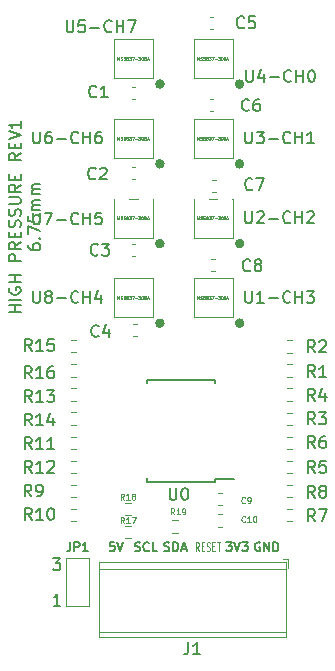
<source format=gto>
%TF.GenerationSoftware,KiCad,Pcbnew,(5.1.12)-1*%
%TF.CreationDate,2022-08-18T12:28:12-07:00*%
%TF.ProjectId,HighPressureSensorArray,48696768-5072-4657-9373-75726553656e,rev?*%
%TF.SameCoordinates,Original*%
%TF.FileFunction,Legend,Top*%
%TF.FilePolarity,Positive*%
%FSLAX46Y46*%
G04 Gerber Fmt 4.6, Leading zero omitted, Abs format (unit mm)*
G04 Created by KiCad (PCBNEW (5.1.12)-1) date 2022-08-18 12:28:12*
%MOMM*%
%LPD*%
G01*
G04 APERTURE LIST*
%ADD10C,0.150000*%
%ADD11C,0.125000*%
%ADD12C,0.120000*%
%ADD13C,0.050000*%
%ADD14C,0.400000*%
%ADD15C,0.062500*%
%ADD16R,1.750000X0.450000*%
%ADD17R,1.300000X1.300000*%
%ADD18C,2.100000*%
%ADD19R,1.500000X1.000000*%
%ADD20R,2.200000X2.200000*%
%ADD21C,2.200000*%
G04 APERTURE END LIST*
D10*
X124357142Y-89339285D02*
X124000000Y-89339285D01*
X123964285Y-89696428D01*
X124000000Y-89660714D01*
X124071428Y-89625000D01*
X124250000Y-89625000D01*
X124321428Y-89660714D01*
X124357142Y-89696428D01*
X124392857Y-89767857D01*
X124392857Y-89946428D01*
X124357142Y-90017857D01*
X124321428Y-90053571D01*
X124250000Y-90089285D01*
X124071428Y-90089285D01*
X124000000Y-90053571D01*
X123964285Y-90017857D01*
X124607142Y-89339285D02*
X124857142Y-90089285D01*
X125107142Y-89339285D01*
X126107142Y-90053571D02*
X126214285Y-90089285D01*
X126392857Y-90089285D01*
X126464285Y-90053571D01*
X126500000Y-90017857D01*
X126535714Y-89946428D01*
X126535714Y-89875000D01*
X126500000Y-89803571D01*
X126464285Y-89767857D01*
X126392857Y-89732142D01*
X126250000Y-89696428D01*
X126178571Y-89660714D01*
X126142857Y-89625000D01*
X126107142Y-89553571D01*
X126107142Y-89482142D01*
X126142857Y-89410714D01*
X126178571Y-89375000D01*
X126250000Y-89339285D01*
X126428571Y-89339285D01*
X126535714Y-89375000D01*
X127285714Y-90017857D02*
X127250000Y-90053571D01*
X127142857Y-90089285D01*
X127071428Y-90089285D01*
X126964285Y-90053571D01*
X126892857Y-89982142D01*
X126857142Y-89910714D01*
X126821428Y-89767857D01*
X126821428Y-89660714D01*
X126857142Y-89517857D01*
X126892857Y-89446428D01*
X126964285Y-89375000D01*
X127071428Y-89339285D01*
X127142857Y-89339285D01*
X127250000Y-89375000D01*
X127285714Y-89410714D01*
X127964285Y-90089285D02*
X127607142Y-90089285D01*
X127607142Y-89339285D01*
X128589285Y-90053571D02*
X128696428Y-90089285D01*
X128875000Y-90089285D01*
X128946428Y-90053571D01*
X128982142Y-90017857D01*
X129017857Y-89946428D01*
X129017857Y-89875000D01*
X128982142Y-89803571D01*
X128946428Y-89767857D01*
X128875000Y-89732142D01*
X128732142Y-89696428D01*
X128660714Y-89660714D01*
X128625000Y-89625000D01*
X128589285Y-89553571D01*
X128589285Y-89482142D01*
X128625000Y-89410714D01*
X128660714Y-89375000D01*
X128732142Y-89339285D01*
X128910714Y-89339285D01*
X129017857Y-89375000D01*
X129339285Y-90089285D02*
X129339285Y-89339285D01*
X129517857Y-89339285D01*
X129625000Y-89375000D01*
X129696428Y-89446428D01*
X129732142Y-89517857D01*
X129767857Y-89660714D01*
X129767857Y-89767857D01*
X129732142Y-89910714D01*
X129696428Y-89982142D01*
X129625000Y-90053571D01*
X129517857Y-90089285D01*
X129339285Y-90089285D01*
X130053571Y-89875000D02*
X130410714Y-89875000D01*
X129982142Y-90089285D02*
X130232142Y-89339285D01*
X130482142Y-90089285D01*
D11*
X131523809Y-90089285D02*
X131357142Y-89732142D01*
X131238095Y-90089285D02*
X131238095Y-89339285D01*
X131428571Y-89339285D01*
X131476190Y-89375000D01*
X131500000Y-89410714D01*
X131523809Y-89482142D01*
X131523809Y-89589285D01*
X131500000Y-89660714D01*
X131476190Y-89696428D01*
X131428571Y-89732142D01*
X131238095Y-89732142D01*
X131738095Y-89696428D02*
X131904761Y-89696428D01*
X131976190Y-90089285D02*
X131738095Y-90089285D01*
X131738095Y-89339285D01*
X131976190Y-89339285D01*
X132166666Y-90053571D02*
X132238095Y-90089285D01*
X132357142Y-90089285D01*
X132404761Y-90053571D01*
X132428571Y-90017857D01*
X132452380Y-89946428D01*
X132452380Y-89875000D01*
X132428571Y-89803571D01*
X132404761Y-89767857D01*
X132357142Y-89732142D01*
X132261904Y-89696428D01*
X132214285Y-89660714D01*
X132190476Y-89625000D01*
X132166666Y-89553571D01*
X132166666Y-89482142D01*
X132190476Y-89410714D01*
X132214285Y-89375000D01*
X132261904Y-89339285D01*
X132380952Y-89339285D01*
X132452380Y-89375000D01*
X132666666Y-89696428D02*
X132833333Y-89696428D01*
X132904761Y-90089285D02*
X132666666Y-90089285D01*
X132666666Y-89339285D01*
X132904761Y-89339285D01*
X133047619Y-89339285D02*
X133333333Y-89339285D01*
X133190476Y-90089285D02*
X133190476Y-89339285D01*
D10*
X133821428Y-89339285D02*
X134285714Y-89339285D01*
X134035714Y-89625000D01*
X134142857Y-89625000D01*
X134214285Y-89660714D01*
X134250000Y-89696428D01*
X134285714Y-89767857D01*
X134285714Y-89946428D01*
X134250000Y-90017857D01*
X134214285Y-90053571D01*
X134142857Y-90089285D01*
X133928571Y-90089285D01*
X133857142Y-90053571D01*
X133821428Y-90017857D01*
X134500000Y-89339285D02*
X134750000Y-90089285D01*
X135000000Y-89339285D01*
X135178571Y-89339285D02*
X135642857Y-89339285D01*
X135392857Y-89625000D01*
X135500000Y-89625000D01*
X135571428Y-89660714D01*
X135607142Y-89696428D01*
X135642857Y-89767857D01*
X135642857Y-89946428D01*
X135607142Y-90017857D01*
X135571428Y-90053571D01*
X135500000Y-90089285D01*
X135285714Y-90089285D01*
X135214285Y-90053571D01*
X135178571Y-90017857D01*
X136678571Y-89375000D02*
X136607142Y-89339285D01*
X136500000Y-89339285D01*
X136392857Y-89375000D01*
X136321428Y-89446428D01*
X136285714Y-89517857D01*
X136250000Y-89660714D01*
X136250000Y-89767857D01*
X136285714Y-89910714D01*
X136321428Y-89982142D01*
X136392857Y-90053571D01*
X136500000Y-90089285D01*
X136571428Y-90089285D01*
X136678571Y-90053571D01*
X136714285Y-90017857D01*
X136714285Y-89767857D01*
X136571428Y-89767857D01*
X137035714Y-90089285D02*
X137035714Y-89339285D01*
X137464285Y-90089285D01*
X137464285Y-89339285D01*
X137821428Y-90089285D02*
X137821428Y-89339285D01*
X138000000Y-89339285D01*
X138107142Y-89375000D01*
X138178571Y-89446428D01*
X138214285Y-89517857D01*
X138250000Y-89660714D01*
X138250000Y-89767857D01*
X138214285Y-89910714D01*
X138178571Y-89982142D01*
X138107142Y-90053571D01*
X138000000Y-90089285D01*
X137821428Y-90089285D01*
X116427380Y-69847619D02*
X115427380Y-69847619D01*
X115903571Y-69847619D02*
X115903571Y-69276190D01*
X116427380Y-69276190D02*
X115427380Y-69276190D01*
X116427380Y-68800000D02*
X115427380Y-68800000D01*
X115475000Y-67800000D02*
X115427380Y-67895238D01*
X115427380Y-68038095D01*
X115475000Y-68180952D01*
X115570238Y-68276190D01*
X115665476Y-68323809D01*
X115855952Y-68371428D01*
X115998809Y-68371428D01*
X116189285Y-68323809D01*
X116284523Y-68276190D01*
X116379761Y-68180952D01*
X116427380Y-68038095D01*
X116427380Y-67942857D01*
X116379761Y-67800000D01*
X116332142Y-67752380D01*
X115998809Y-67752380D01*
X115998809Y-67942857D01*
X116427380Y-67323809D02*
X115427380Y-67323809D01*
X115903571Y-67323809D02*
X115903571Y-66752380D01*
X116427380Y-66752380D02*
X115427380Y-66752380D01*
X116427380Y-65514285D02*
X115427380Y-65514285D01*
X115427380Y-65133333D01*
X115475000Y-65038095D01*
X115522619Y-64990476D01*
X115617857Y-64942857D01*
X115760714Y-64942857D01*
X115855952Y-64990476D01*
X115903571Y-65038095D01*
X115951190Y-65133333D01*
X115951190Y-65514285D01*
X116427380Y-63942857D02*
X115951190Y-64276190D01*
X116427380Y-64514285D02*
X115427380Y-64514285D01*
X115427380Y-64133333D01*
X115475000Y-64038095D01*
X115522619Y-63990476D01*
X115617857Y-63942857D01*
X115760714Y-63942857D01*
X115855952Y-63990476D01*
X115903571Y-64038095D01*
X115951190Y-64133333D01*
X115951190Y-64514285D01*
X115903571Y-63514285D02*
X115903571Y-63180952D01*
X116427380Y-63038095D02*
X116427380Y-63514285D01*
X115427380Y-63514285D01*
X115427380Y-63038095D01*
X116379761Y-62657142D02*
X116427380Y-62514285D01*
X116427380Y-62276190D01*
X116379761Y-62180952D01*
X116332142Y-62133333D01*
X116236904Y-62085714D01*
X116141666Y-62085714D01*
X116046428Y-62133333D01*
X115998809Y-62180952D01*
X115951190Y-62276190D01*
X115903571Y-62466666D01*
X115855952Y-62561904D01*
X115808333Y-62609523D01*
X115713095Y-62657142D01*
X115617857Y-62657142D01*
X115522619Y-62609523D01*
X115475000Y-62561904D01*
X115427380Y-62466666D01*
X115427380Y-62228571D01*
X115475000Y-62085714D01*
X116379761Y-61704761D02*
X116427380Y-61561904D01*
X116427380Y-61323809D01*
X116379761Y-61228571D01*
X116332142Y-61180952D01*
X116236904Y-61133333D01*
X116141666Y-61133333D01*
X116046428Y-61180952D01*
X115998809Y-61228571D01*
X115951190Y-61323809D01*
X115903571Y-61514285D01*
X115855952Y-61609523D01*
X115808333Y-61657142D01*
X115713095Y-61704761D01*
X115617857Y-61704761D01*
X115522619Y-61657142D01*
X115475000Y-61609523D01*
X115427380Y-61514285D01*
X115427380Y-61276190D01*
X115475000Y-61133333D01*
X115427380Y-60704761D02*
X116236904Y-60704761D01*
X116332142Y-60657142D01*
X116379761Y-60609523D01*
X116427380Y-60514285D01*
X116427380Y-60323809D01*
X116379761Y-60228571D01*
X116332142Y-60180952D01*
X116236904Y-60133333D01*
X115427380Y-60133333D01*
X116427380Y-59085714D02*
X115951190Y-59419047D01*
X116427380Y-59657142D02*
X115427380Y-59657142D01*
X115427380Y-59276190D01*
X115475000Y-59180952D01*
X115522619Y-59133333D01*
X115617857Y-59085714D01*
X115760714Y-59085714D01*
X115855952Y-59133333D01*
X115903571Y-59180952D01*
X115951190Y-59276190D01*
X115951190Y-59657142D01*
X115903571Y-58657142D02*
X115903571Y-58323809D01*
X116427380Y-58180952D02*
X116427380Y-58657142D01*
X115427380Y-58657142D01*
X115427380Y-58180952D01*
X116427380Y-56419047D02*
X115951190Y-56752380D01*
X116427380Y-56990476D02*
X115427380Y-56990476D01*
X115427380Y-56609523D01*
X115475000Y-56514285D01*
X115522619Y-56466666D01*
X115617857Y-56419047D01*
X115760714Y-56419047D01*
X115855952Y-56466666D01*
X115903571Y-56514285D01*
X115951190Y-56609523D01*
X115951190Y-56990476D01*
X115903571Y-55990476D02*
X115903571Y-55657142D01*
X116427380Y-55514285D02*
X116427380Y-55990476D01*
X115427380Y-55990476D01*
X115427380Y-55514285D01*
X115427380Y-55228571D02*
X116427380Y-54895238D01*
X115427380Y-54561904D01*
X116427380Y-53704761D02*
X116427380Y-54276190D01*
X116427380Y-53990476D02*
X115427380Y-53990476D01*
X115570238Y-54085714D01*
X115665476Y-54180952D01*
X115713095Y-54276190D01*
X117077380Y-64133333D02*
X117077380Y-64323809D01*
X117125000Y-64419047D01*
X117172619Y-64466666D01*
X117315476Y-64561904D01*
X117505952Y-64609523D01*
X117886904Y-64609523D01*
X117982142Y-64561904D01*
X118029761Y-64514285D01*
X118077380Y-64419047D01*
X118077380Y-64228571D01*
X118029761Y-64133333D01*
X117982142Y-64085714D01*
X117886904Y-64038095D01*
X117648809Y-64038095D01*
X117553571Y-64085714D01*
X117505952Y-64133333D01*
X117458333Y-64228571D01*
X117458333Y-64419047D01*
X117505952Y-64514285D01*
X117553571Y-64561904D01*
X117648809Y-64609523D01*
X117982142Y-63609523D02*
X118029761Y-63561904D01*
X118077380Y-63609523D01*
X118029761Y-63657142D01*
X117982142Y-63609523D01*
X118077380Y-63609523D01*
X117077380Y-63228571D02*
X117077380Y-62561904D01*
X118077380Y-62990476D01*
X117077380Y-61704761D02*
X117077380Y-62180952D01*
X117553571Y-62228571D01*
X117505952Y-62180952D01*
X117458333Y-62085714D01*
X117458333Y-61847619D01*
X117505952Y-61752380D01*
X117553571Y-61704761D01*
X117648809Y-61657142D01*
X117886904Y-61657142D01*
X117982142Y-61704761D01*
X118029761Y-61752380D01*
X118077380Y-61847619D01*
X118077380Y-62085714D01*
X118029761Y-62180952D01*
X117982142Y-62228571D01*
X118077380Y-61228571D02*
X117410714Y-61228571D01*
X117505952Y-61228571D02*
X117458333Y-61180952D01*
X117410714Y-61085714D01*
X117410714Y-60942857D01*
X117458333Y-60847619D01*
X117553571Y-60800000D01*
X118077380Y-60800000D01*
X117553571Y-60800000D02*
X117458333Y-60752380D01*
X117410714Y-60657142D01*
X117410714Y-60514285D01*
X117458333Y-60419047D01*
X117553571Y-60371428D01*
X118077380Y-60371428D01*
X118077380Y-59895238D02*
X117410714Y-59895238D01*
X117505952Y-59895238D02*
X117458333Y-59847619D01*
X117410714Y-59752380D01*
X117410714Y-59609523D01*
X117458333Y-59514285D01*
X117553571Y-59466666D01*
X118077380Y-59466666D01*
X117553571Y-59466666D02*
X117458333Y-59419047D01*
X117410714Y-59323809D01*
X117410714Y-59180952D01*
X117458333Y-59085714D01*
X117553571Y-59038095D01*
X118077380Y-59038095D01*
D12*
X125859420Y-51810000D02*
X126140580Y-51810000D01*
X125859420Y-50790000D02*
X126140580Y-50790000D01*
X125859420Y-57590000D02*
X126140580Y-57590000D01*
X125859420Y-58610000D02*
X126140580Y-58610000D01*
X125859420Y-65110000D02*
X126140580Y-65110000D01*
X125859420Y-64090000D02*
X126140580Y-64090000D01*
X125959420Y-70890000D02*
X126240580Y-70890000D01*
X125959420Y-71910000D02*
X126240580Y-71910000D01*
X132740580Y-44890000D02*
X132459420Y-44890000D01*
X132740580Y-45910000D02*
X132459420Y-45910000D01*
X132740580Y-52810000D02*
X132459420Y-52810000D01*
X132740580Y-51790000D02*
X132459420Y-51790000D01*
X132940580Y-59710000D02*
X132659420Y-59710000D01*
X132940580Y-58690000D02*
X132659420Y-58690000D01*
X132840580Y-65390000D02*
X132559420Y-65390000D01*
X132840580Y-66410000D02*
X132559420Y-66410000D01*
X133159420Y-85190000D02*
X133440580Y-85190000D01*
X133159420Y-86210000D02*
X133440580Y-86210000D01*
X133159420Y-88010000D02*
X133440580Y-88010000D01*
X133159420Y-86990000D02*
X133440580Y-86990000D01*
X139437258Y-74275458D02*
X138962742Y-74275458D01*
X139437258Y-75320458D02*
X138962742Y-75320458D01*
X139437258Y-73279642D02*
X138962742Y-73279642D01*
X139437258Y-72234642D02*
X138962742Y-72234642D01*
X139437258Y-79402090D02*
X138962742Y-79402090D01*
X139437258Y-78357090D02*
X138962742Y-78357090D01*
X139437258Y-76316274D02*
X138962742Y-76316274D01*
X139437258Y-77361274D02*
X138962742Y-77361274D01*
X139437258Y-82438722D02*
X138962742Y-82438722D01*
X139437258Y-83483722D02*
X138962742Y-83483722D01*
X139437258Y-81442906D02*
X138962742Y-81442906D01*
X139437258Y-80397906D02*
X138962742Y-80397906D01*
X139437258Y-87565357D02*
X138962742Y-87565357D01*
X139437258Y-86520357D02*
X138962742Y-86520357D01*
X139437258Y-84479538D02*
X138962742Y-84479538D01*
X139437258Y-85524538D02*
X138962742Y-85524538D01*
X120662742Y-84478516D02*
X121137258Y-84478516D01*
X120662742Y-85523516D02*
X121137258Y-85523516D01*
X120662742Y-86520357D02*
X121137258Y-86520357D01*
X120662742Y-87565357D02*
X121137258Y-87565357D01*
X120662742Y-80394844D02*
X121137258Y-80394844D01*
X120662742Y-81439844D02*
X121137258Y-81439844D01*
X120662742Y-83481680D02*
X121137258Y-83481680D01*
X120662742Y-82436680D02*
X121137258Y-82436680D01*
X120662742Y-76311172D02*
X121137258Y-76311172D01*
X120662742Y-77356172D02*
X121137258Y-77356172D01*
X120662742Y-79398008D02*
X121137258Y-79398008D01*
X120662742Y-78353008D02*
X121137258Y-78353008D01*
X120662742Y-72227500D02*
X121137258Y-72227500D01*
X120662742Y-73272500D02*
X121137258Y-73272500D01*
X120662742Y-75314336D02*
X121137258Y-75314336D01*
X120662742Y-74269336D02*
X121137258Y-74269336D01*
X125737258Y-89022500D02*
X125262742Y-89022500D01*
X125737258Y-87977500D02*
X125262742Y-87977500D01*
X125737258Y-85977500D02*
X125262742Y-85977500D01*
X125737258Y-87022500D02*
X125262742Y-87022500D01*
X129737258Y-87477500D02*
X129262742Y-87477500D01*
X129737258Y-88522500D02*
X129262742Y-88522500D01*
D10*
X132875000Y-84225000D02*
X132875000Y-84000000D01*
X127125000Y-84225000D02*
X127125000Y-83925000D01*
X127125000Y-75575000D02*
X127125000Y-75875000D01*
X132875000Y-75575000D02*
X132875000Y-75875000D01*
X132875000Y-84225000D02*
X127125000Y-84225000D01*
X132875000Y-75575000D02*
X127125000Y-75575000D01*
X132875000Y-84000000D02*
X134475000Y-84000000D01*
D13*
X134412600Y-67000400D02*
X134412600Y-70300400D01*
X131112600Y-70300400D02*
X134412600Y-70300400D01*
X131112600Y-67000400D02*
X134412600Y-67000400D01*
X131112600Y-67000400D02*
X131112600Y-70300400D01*
D14*
X135163000Y-70800000D02*
G75*
G03*
X135163000Y-70800000I-200000J0D01*
G01*
D13*
X134412600Y-60250400D02*
X134412600Y-63550400D01*
X131112600Y-63550400D02*
X134412600Y-63550400D01*
X131112600Y-60250400D02*
X134412600Y-60250400D01*
X131112600Y-60250400D02*
X131112600Y-63550400D01*
D14*
X135163000Y-64050000D02*
G75*
G03*
X135163000Y-64050000I-200000J0D01*
G01*
D13*
X134412600Y-53500400D02*
X134412600Y-56800400D01*
X131112600Y-56800400D02*
X134412600Y-56800400D01*
X131112600Y-53500400D02*
X134412600Y-53500400D01*
X131112600Y-53500400D02*
X131112600Y-56800400D01*
D14*
X135163000Y-57300000D02*
G75*
G03*
X135163000Y-57300000I-200000J0D01*
G01*
X135163000Y-50550000D02*
G75*
G03*
X135163000Y-50550000I-200000J0D01*
G01*
D13*
X131112600Y-46750400D02*
X131112600Y-50050400D01*
X131112600Y-46750400D02*
X134412600Y-46750400D01*
X131112600Y-50050400D02*
X134412600Y-50050400D01*
X134412600Y-46750400D02*
X134412600Y-50050400D01*
D14*
X128413000Y-50550000D02*
G75*
G03*
X128413000Y-50550000I-200000J0D01*
G01*
D13*
X124362600Y-46750400D02*
X124362600Y-50050400D01*
X124362600Y-46750400D02*
X127662600Y-46750400D01*
X124362600Y-50050400D02*
X127662600Y-50050400D01*
X127662600Y-46750400D02*
X127662600Y-50050400D01*
X127662600Y-53500400D02*
X127662600Y-56800400D01*
X124362600Y-56800400D02*
X127662600Y-56800400D01*
X124362600Y-53500400D02*
X127662600Y-53500400D01*
X124362600Y-53500400D02*
X124362600Y-56800400D01*
D14*
X128413000Y-57300000D02*
G75*
G03*
X128413000Y-57300000I-200000J0D01*
G01*
X128413000Y-64050000D02*
G75*
G03*
X128413000Y-64050000I-200000J0D01*
G01*
D13*
X124362600Y-60250400D02*
X124362600Y-63550400D01*
X124362600Y-60250400D02*
X127662600Y-60250400D01*
X124362600Y-63550400D02*
X127662600Y-63550400D01*
X127662600Y-60250400D02*
X127662600Y-63550400D01*
D14*
X128413000Y-70800000D02*
G75*
G03*
X128413000Y-70800000I-200000J0D01*
G01*
D13*
X124362600Y-67000400D02*
X124362600Y-70300400D01*
X124362600Y-67000400D02*
X127662600Y-67000400D01*
X124362600Y-70300400D02*
X127662600Y-70300400D01*
X127662600Y-67000400D02*
X127662600Y-70300400D01*
D12*
X122250000Y-94750000D02*
X120250000Y-94750000D01*
X122250000Y-90650000D02*
X122250000Y-94750000D01*
X120250000Y-90650000D02*
X122250000Y-90650000D01*
X120250000Y-94750000D02*
X120250000Y-90650000D01*
X138860000Y-91600000D02*
X123040000Y-91600000D01*
X138860000Y-96900000D02*
X123040000Y-96900000D01*
X138860000Y-97360000D02*
X123040000Y-97360000D01*
X138860000Y-91040000D02*
X123040000Y-91040000D01*
X138860000Y-97360000D02*
X138860000Y-91040000D01*
X123040000Y-97360000D02*
X123040000Y-91040000D01*
X139100000Y-91540000D02*
X139100000Y-90800000D01*
X139100000Y-90800000D02*
X138600000Y-90800000D01*
D10*
X122833333Y-51577142D02*
X122785714Y-51624761D01*
X122642857Y-51672380D01*
X122547619Y-51672380D01*
X122404761Y-51624761D01*
X122309523Y-51529523D01*
X122261904Y-51434285D01*
X122214285Y-51243809D01*
X122214285Y-51100952D01*
X122261904Y-50910476D01*
X122309523Y-50815238D01*
X122404761Y-50720000D01*
X122547619Y-50672380D01*
X122642857Y-50672380D01*
X122785714Y-50720000D01*
X122833333Y-50767619D01*
X123785714Y-51672380D02*
X123214285Y-51672380D01*
X123500000Y-51672380D02*
X123500000Y-50672380D01*
X123404761Y-50815238D01*
X123309523Y-50910476D01*
X123214285Y-50958095D01*
X122763333Y-58517142D02*
X122715714Y-58564761D01*
X122572857Y-58612380D01*
X122477619Y-58612380D01*
X122334761Y-58564761D01*
X122239523Y-58469523D01*
X122191904Y-58374285D01*
X122144285Y-58183809D01*
X122144285Y-58040952D01*
X122191904Y-57850476D01*
X122239523Y-57755238D01*
X122334761Y-57660000D01*
X122477619Y-57612380D01*
X122572857Y-57612380D01*
X122715714Y-57660000D01*
X122763333Y-57707619D01*
X123144285Y-57707619D02*
X123191904Y-57660000D01*
X123287142Y-57612380D01*
X123525238Y-57612380D01*
X123620476Y-57660000D01*
X123668095Y-57707619D01*
X123715714Y-57802857D01*
X123715714Y-57898095D01*
X123668095Y-58040952D01*
X123096666Y-58612380D01*
X123715714Y-58612380D01*
X122963333Y-64977142D02*
X122915714Y-65024761D01*
X122772857Y-65072380D01*
X122677619Y-65072380D01*
X122534761Y-65024761D01*
X122439523Y-64929523D01*
X122391904Y-64834285D01*
X122344285Y-64643809D01*
X122344285Y-64500952D01*
X122391904Y-64310476D01*
X122439523Y-64215238D01*
X122534761Y-64120000D01*
X122677619Y-64072380D01*
X122772857Y-64072380D01*
X122915714Y-64120000D01*
X122963333Y-64167619D01*
X123296666Y-64072380D02*
X123915714Y-64072380D01*
X123582380Y-64453333D01*
X123725238Y-64453333D01*
X123820476Y-64500952D01*
X123868095Y-64548571D01*
X123915714Y-64643809D01*
X123915714Y-64881904D01*
X123868095Y-64977142D01*
X123820476Y-65024761D01*
X123725238Y-65072380D01*
X123439523Y-65072380D01*
X123344285Y-65024761D01*
X123296666Y-64977142D01*
X123023333Y-71847142D02*
X122975714Y-71894761D01*
X122832857Y-71942380D01*
X122737619Y-71942380D01*
X122594761Y-71894761D01*
X122499523Y-71799523D01*
X122451904Y-71704285D01*
X122404285Y-71513809D01*
X122404285Y-71370952D01*
X122451904Y-71180476D01*
X122499523Y-71085238D01*
X122594761Y-70990000D01*
X122737619Y-70942380D01*
X122832857Y-70942380D01*
X122975714Y-70990000D01*
X123023333Y-71037619D01*
X123880476Y-71275714D02*
X123880476Y-71942380D01*
X123642380Y-70894761D02*
X123404285Y-71609047D01*
X124023333Y-71609047D01*
X135343333Y-45727142D02*
X135295714Y-45774761D01*
X135152857Y-45822380D01*
X135057619Y-45822380D01*
X134914761Y-45774761D01*
X134819523Y-45679523D01*
X134771904Y-45584285D01*
X134724285Y-45393809D01*
X134724285Y-45250952D01*
X134771904Y-45060476D01*
X134819523Y-44965238D01*
X134914761Y-44870000D01*
X135057619Y-44822380D01*
X135152857Y-44822380D01*
X135295714Y-44870000D01*
X135343333Y-44917619D01*
X136248095Y-44822380D02*
X135771904Y-44822380D01*
X135724285Y-45298571D01*
X135771904Y-45250952D01*
X135867142Y-45203333D01*
X136105238Y-45203333D01*
X136200476Y-45250952D01*
X136248095Y-45298571D01*
X136295714Y-45393809D01*
X136295714Y-45631904D01*
X136248095Y-45727142D01*
X136200476Y-45774761D01*
X136105238Y-45822380D01*
X135867142Y-45822380D01*
X135771904Y-45774761D01*
X135724285Y-45727142D01*
X135753333Y-52717142D02*
X135705714Y-52764761D01*
X135562857Y-52812380D01*
X135467619Y-52812380D01*
X135324761Y-52764761D01*
X135229523Y-52669523D01*
X135181904Y-52574285D01*
X135134285Y-52383809D01*
X135134285Y-52240952D01*
X135181904Y-52050476D01*
X135229523Y-51955238D01*
X135324761Y-51860000D01*
X135467619Y-51812380D01*
X135562857Y-51812380D01*
X135705714Y-51860000D01*
X135753333Y-51907619D01*
X136610476Y-51812380D02*
X136420000Y-51812380D01*
X136324761Y-51860000D01*
X136277142Y-51907619D01*
X136181904Y-52050476D01*
X136134285Y-52240952D01*
X136134285Y-52621904D01*
X136181904Y-52717142D01*
X136229523Y-52764761D01*
X136324761Y-52812380D01*
X136515238Y-52812380D01*
X136610476Y-52764761D01*
X136658095Y-52717142D01*
X136705714Y-52621904D01*
X136705714Y-52383809D01*
X136658095Y-52288571D01*
X136610476Y-52240952D01*
X136515238Y-52193333D01*
X136324761Y-52193333D01*
X136229523Y-52240952D01*
X136181904Y-52288571D01*
X136134285Y-52383809D01*
X136043333Y-59427142D02*
X135995714Y-59474761D01*
X135852857Y-59522380D01*
X135757619Y-59522380D01*
X135614761Y-59474761D01*
X135519523Y-59379523D01*
X135471904Y-59284285D01*
X135424285Y-59093809D01*
X135424285Y-58950952D01*
X135471904Y-58760476D01*
X135519523Y-58665238D01*
X135614761Y-58570000D01*
X135757619Y-58522380D01*
X135852857Y-58522380D01*
X135995714Y-58570000D01*
X136043333Y-58617619D01*
X136376666Y-58522380D02*
X137043333Y-58522380D01*
X136614761Y-59522380D01*
X135853333Y-66297142D02*
X135805714Y-66344761D01*
X135662857Y-66392380D01*
X135567619Y-66392380D01*
X135424761Y-66344761D01*
X135329523Y-66249523D01*
X135281904Y-66154285D01*
X135234285Y-65963809D01*
X135234285Y-65820952D01*
X135281904Y-65630476D01*
X135329523Y-65535238D01*
X135424761Y-65440000D01*
X135567619Y-65392380D01*
X135662857Y-65392380D01*
X135805714Y-65440000D01*
X135853333Y-65487619D01*
X136424761Y-65820952D02*
X136329523Y-65773333D01*
X136281904Y-65725714D01*
X136234285Y-65630476D01*
X136234285Y-65582857D01*
X136281904Y-65487619D01*
X136329523Y-65440000D01*
X136424761Y-65392380D01*
X136615238Y-65392380D01*
X136710476Y-65440000D01*
X136758095Y-65487619D01*
X136805714Y-65582857D01*
X136805714Y-65630476D01*
X136758095Y-65725714D01*
X136710476Y-65773333D01*
X136615238Y-65820952D01*
X136424761Y-65820952D01*
X136329523Y-65868571D01*
X136281904Y-65916190D01*
X136234285Y-66011428D01*
X136234285Y-66201904D01*
X136281904Y-66297142D01*
X136329523Y-66344761D01*
X136424761Y-66392380D01*
X136615238Y-66392380D01*
X136710476Y-66344761D01*
X136758095Y-66297142D01*
X136805714Y-66201904D01*
X136805714Y-66011428D01*
X136758095Y-65916190D01*
X136710476Y-65868571D01*
X136615238Y-65820952D01*
D11*
X135416666Y-85978571D02*
X135392857Y-86002380D01*
X135321428Y-86026190D01*
X135273809Y-86026190D01*
X135202380Y-86002380D01*
X135154761Y-85954761D01*
X135130952Y-85907142D01*
X135107142Y-85811904D01*
X135107142Y-85740476D01*
X135130952Y-85645238D01*
X135154761Y-85597619D01*
X135202380Y-85550000D01*
X135273809Y-85526190D01*
X135321428Y-85526190D01*
X135392857Y-85550000D01*
X135416666Y-85573809D01*
X135654761Y-86026190D02*
X135750000Y-86026190D01*
X135797619Y-86002380D01*
X135821428Y-85978571D01*
X135869047Y-85907142D01*
X135892857Y-85811904D01*
X135892857Y-85621428D01*
X135869047Y-85573809D01*
X135845238Y-85550000D01*
X135797619Y-85526190D01*
X135702380Y-85526190D01*
X135654761Y-85550000D01*
X135630952Y-85573809D01*
X135607142Y-85621428D01*
X135607142Y-85740476D01*
X135630952Y-85788095D01*
X135654761Y-85811904D01*
X135702380Y-85835714D01*
X135797619Y-85835714D01*
X135845238Y-85811904D01*
X135869047Y-85788095D01*
X135892857Y-85740476D01*
X135428571Y-87578571D02*
X135404761Y-87602380D01*
X135333333Y-87626190D01*
X135285714Y-87626190D01*
X135214285Y-87602380D01*
X135166666Y-87554761D01*
X135142857Y-87507142D01*
X135119047Y-87411904D01*
X135119047Y-87340476D01*
X135142857Y-87245238D01*
X135166666Y-87197619D01*
X135214285Y-87150000D01*
X135285714Y-87126190D01*
X135333333Y-87126190D01*
X135404761Y-87150000D01*
X135428571Y-87173809D01*
X135904761Y-87626190D02*
X135619047Y-87626190D01*
X135761904Y-87626190D02*
X135761904Y-87126190D01*
X135714285Y-87197619D01*
X135666666Y-87245238D01*
X135619047Y-87269047D01*
X136214285Y-87126190D02*
X136261904Y-87126190D01*
X136309523Y-87150000D01*
X136333333Y-87173809D01*
X136357142Y-87221428D01*
X136380952Y-87316666D01*
X136380952Y-87435714D01*
X136357142Y-87530952D01*
X136333333Y-87578571D01*
X136309523Y-87602380D01*
X136261904Y-87626190D01*
X136214285Y-87626190D01*
X136166666Y-87602380D01*
X136142857Y-87578571D01*
X136119047Y-87530952D01*
X136095238Y-87435714D01*
X136095238Y-87316666D01*
X136119047Y-87221428D01*
X136142857Y-87173809D01*
X136166666Y-87150000D01*
X136214285Y-87126190D01*
D10*
X141333333Y-75352380D02*
X141000000Y-74876190D01*
X140761904Y-75352380D02*
X140761904Y-74352380D01*
X141142857Y-74352380D01*
X141238095Y-74400000D01*
X141285714Y-74447619D01*
X141333333Y-74542857D01*
X141333333Y-74685714D01*
X141285714Y-74780952D01*
X141238095Y-74828571D01*
X141142857Y-74876190D01*
X140761904Y-74876190D01*
X142285714Y-75352380D02*
X141714285Y-75352380D01*
X142000000Y-75352380D02*
X142000000Y-74352380D01*
X141904761Y-74495238D01*
X141809523Y-74590476D01*
X141714285Y-74638095D01*
X141333333Y-73252380D02*
X141000000Y-72776190D01*
X140761904Y-73252380D02*
X140761904Y-72252380D01*
X141142857Y-72252380D01*
X141238095Y-72300000D01*
X141285714Y-72347619D01*
X141333333Y-72442857D01*
X141333333Y-72585714D01*
X141285714Y-72680952D01*
X141238095Y-72728571D01*
X141142857Y-72776190D01*
X140761904Y-72776190D01*
X141714285Y-72347619D02*
X141761904Y-72300000D01*
X141857142Y-72252380D01*
X142095238Y-72252380D01*
X142190476Y-72300000D01*
X142238095Y-72347619D01*
X142285714Y-72442857D01*
X142285714Y-72538095D01*
X142238095Y-72680952D01*
X141666666Y-73252380D01*
X142285714Y-73252380D01*
X141333333Y-79352380D02*
X141000000Y-78876190D01*
X140761904Y-79352380D02*
X140761904Y-78352380D01*
X141142857Y-78352380D01*
X141238095Y-78400000D01*
X141285714Y-78447619D01*
X141333333Y-78542857D01*
X141333333Y-78685714D01*
X141285714Y-78780952D01*
X141238095Y-78828571D01*
X141142857Y-78876190D01*
X140761904Y-78876190D01*
X141666666Y-78352380D02*
X142285714Y-78352380D01*
X141952380Y-78733333D01*
X142095238Y-78733333D01*
X142190476Y-78780952D01*
X142238095Y-78828571D01*
X142285714Y-78923809D01*
X142285714Y-79161904D01*
X142238095Y-79257142D01*
X142190476Y-79304761D01*
X142095238Y-79352380D01*
X141809523Y-79352380D01*
X141714285Y-79304761D01*
X141666666Y-79257142D01*
X141333333Y-77352380D02*
X141000000Y-76876190D01*
X140761904Y-77352380D02*
X140761904Y-76352380D01*
X141142857Y-76352380D01*
X141238095Y-76400000D01*
X141285714Y-76447619D01*
X141333333Y-76542857D01*
X141333333Y-76685714D01*
X141285714Y-76780952D01*
X141238095Y-76828571D01*
X141142857Y-76876190D01*
X140761904Y-76876190D01*
X142190476Y-76685714D02*
X142190476Y-77352380D01*
X141952380Y-76304761D02*
X141714285Y-77019047D01*
X142333333Y-77019047D01*
X141333333Y-83452380D02*
X141000000Y-82976190D01*
X140761904Y-83452380D02*
X140761904Y-82452380D01*
X141142857Y-82452380D01*
X141238095Y-82500000D01*
X141285714Y-82547619D01*
X141333333Y-82642857D01*
X141333333Y-82785714D01*
X141285714Y-82880952D01*
X141238095Y-82928571D01*
X141142857Y-82976190D01*
X140761904Y-82976190D01*
X142238095Y-82452380D02*
X141761904Y-82452380D01*
X141714285Y-82928571D01*
X141761904Y-82880952D01*
X141857142Y-82833333D01*
X142095238Y-82833333D01*
X142190476Y-82880952D01*
X142238095Y-82928571D01*
X142285714Y-83023809D01*
X142285714Y-83261904D01*
X142238095Y-83357142D01*
X142190476Y-83404761D01*
X142095238Y-83452380D01*
X141857142Y-83452380D01*
X141761904Y-83404761D01*
X141714285Y-83357142D01*
X141333333Y-81352380D02*
X141000000Y-80876190D01*
X140761904Y-81352380D02*
X140761904Y-80352380D01*
X141142857Y-80352380D01*
X141238095Y-80400000D01*
X141285714Y-80447619D01*
X141333333Y-80542857D01*
X141333333Y-80685714D01*
X141285714Y-80780952D01*
X141238095Y-80828571D01*
X141142857Y-80876190D01*
X140761904Y-80876190D01*
X142190476Y-80352380D02*
X142000000Y-80352380D01*
X141904761Y-80400000D01*
X141857142Y-80447619D01*
X141761904Y-80590476D01*
X141714285Y-80780952D01*
X141714285Y-81161904D01*
X141761904Y-81257142D01*
X141809523Y-81304761D01*
X141904761Y-81352380D01*
X142095238Y-81352380D01*
X142190476Y-81304761D01*
X142238095Y-81257142D01*
X142285714Y-81161904D01*
X142285714Y-80923809D01*
X142238095Y-80828571D01*
X142190476Y-80780952D01*
X142095238Y-80733333D01*
X141904761Y-80733333D01*
X141809523Y-80780952D01*
X141761904Y-80828571D01*
X141714285Y-80923809D01*
X141333333Y-87552380D02*
X141000000Y-87076190D01*
X140761904Y-87552380D02*
X140761904Y-86552380D01*
X141142857Y-86552380D01*
X141238095Y-86600000D01*
X141285714Y-86647619D01*
X141333333Y-86742857D01*
X141333333Y-86885714D01*
X141285714Y-86980952D01*
X141238095Y-87028571D01*
X141142857Y-87076190D01*
X140761904Y-87076190D01*
X141666666Y-86552380D02*
X142333333Y-86552380D01*
X141904761Y-87552380D01*
X141333333Y-85552380D02*
X141000000Y-85076190D01*
X140761904Y-85552380D02*
X140761904Y-84552380D01*
X141142857Y-84552380D01*
X141238095Y-84600000D01*
X141285714Y-84647619D01*
X141333333Y-84742857D01*
X141333333Y-84885714D01*
X141285714Y-84980952D01*
X141238095Y-85028571D01*
X141142857Y-85076190D01*
X140761904Y-85076190D01*
X141904761Y-84980952D02*
X141809523Y-84933333D01*
X141761904Y-84885714D01*
X141714285Y-84790476D01*
X141714285Y-84742857D01*
X141761904Y-84647619D01*
X141809523Y-84600000D01*
X141904761Y-84552380D01*
X142095238Y-84552380D01*
X142190476Y-84600000D01*
X142238095Y-84647619D01*
X142285714Y-84742857D01*
X142285714Y-84790476D01*
X142238095Y-84885714D01*
X142190476Y-84933333D01*
X142095238Y-84980952D01*
X141904761Y-84980952D01*
X141809523Y-85028571D01*
X141761904Y-85076190D01*
X141714285Y-85171428D01*
X141714285Y-85361904D01*
X141761904Y-85457142D01*
X141809523Y-85504761D01*
X141904761Y-85552380D01*
X142095238Y-85552380D01*
X142190476Y-85504761D01*
X142238095Y-85457142D01*
X142285714Y-85361904D01*
X142285714Y-85171428D01*
X142238095Y-85076190D01*
X142190476Y-85028571D01*
X142095238Y-84980952D01*
X117333333Y-85452380D02*
X117000000Y-84976190D01*
X116761904Y-85452380D02*
X116761904Y-84452380D01*
X117142857Y-84452380D01*
X117238095Y-84500000D01*
X117285714Y-84547619D01*
X117333333Y-84642857D01*
X117333333Y-84785714D01*
X117285714Y-84880952D01*
X117238095Y-84928571D01*
X117142857Y-84976190D01*
X116761904Y-84976190D01*
X117809523Y-85452380D02*
X118000000Y-85452380D01*
X118095238Y-85404761D01*
X118142857Y-85357142D01*
X118238095Y-85214285D01*
X118285714Y-85023809D01*
X118285714Y-84642857D01*
X118238095Y-84547619D01*
X118190476Y-84500000D01*
X118095238Y-84452380D01*
X117904761Y-84452380D01*
X117809523Y-84500000D01*
X117761904Y-84547619D01*
X117714285Y-84642857D01*
X117714285Y-84880952D01*
X117761904Y-84976190D01*
X117809523Y-85023809D01*
X117904761Y-85071428D01*
X118095238Y-85071428D01*
X118190476Y-85023809D01*
X118238095Y-84976190D01*
X118285714Y-84880952D01*
X117357142Y-87452380D02*
X117023809Y-86976190D01*
X116785714Y-87452380D02*
X116785714Y-86452380D01*
X117166666Y-86452380D01*
X117261904Y-86500000D01*
X117309523Y-86547619D01*
X117357142Y-86642857D01*
X117357142Y-86785714D01*
X117309523Y-86880952D01*
X117261904Y-86928571D01*
X117166666Y-86976190D01*
X116785714Y-86976190D01*
X118309523Y-87452380D02*
X117738095Y-87452380D01*
X118023809Y-87452380D02*
X118023809Y-86452380D01*
X117928571Y-86595238D01*
X117833333Y-86690476D01*
X117738095Y-86738095D01*
X118928571Y-86452380D02*
X119023809Y-86452380D01*
X119119047Y-86500000D01*
X119166666Y-86547619D01*
X119214285Y-86642857D01*
X119261904Y-86833333D01*
X119261904Y-87071428D01*
X119214285Y-87261904D01*
X119166666Y-87357142D01*
X119119047Y-87404761D01*
X119023809Y-87452380D01*
X118928571Y-87452380D01*
X118833333Y-87404761D01*
X118785714Y-87357142D01*
X118738095Y-87261904D01*
X118690476Y-87071428D01*
X118690476Y-86833333D01*
X118738095Y-86642857D01*
X118785714Y-86547619D01*
X118833333Y-86500000D01*
X118928571Y-86452380D01*
X117357142Y-81452380D02*
X117023809Y-80976190D01*
X116785714Y-81452380D02*
X116785714Y-80452380D01*
X117166666Y-80452380D01*
X117261904Y-80500000D01*
X117309523Y-80547619D01*
X117357142Y-80642857D01*
X117357142Y-80785714D01*
X117309523Y-80880952D01*
X117261904Y-80928571D01*
X117166666Y-80976190D01*
X116785714Y-80976190D01*
X118309523Y-81452380D02*
X117738095Y-81452380D01*
X118023809Y-81452380D02*
X118023809Y-80452380D01*
X117928571Y-80595238D01*
X117833333Y-80690476D01*
X117738095Y-80738095D01*
X119261904Y-81452380D02*
X118690476Y-81452380D01*
X118976190Y-81452380D02*
X118976190Y-80452380D01*
X118880952Y-80595238D01*
X118785714Y-80690476D01*
X118690476Y-80738095D01*
X117357142Y-83452380D02*
X117023809Y-82976190D01*
X116785714Y-83452380D02*
X116785714Y-82452380D01*
X117166666Y-82452380D01*
X117261904Y-82500000D01*
X117309523Y-82547619D01*
X117357142Y-82642857D01*
X117357142Y-82785714D01*
X117309523Y-82880952D01*
X117261904Y-82928571D01*
X117166666Y-82976190D01*
X116785714Y-82976190D01*
X118309523Y-83452380D02*
X117738095Y-83452380D01*
X118023809Y-83452380D02*
X118023809Y-82452380D01*
X117928571Y-82595238D01*
X117833333Y-82690476D01*
X117738095Y-82738095D01*
X118690476Y-82547619D02*
X118738095Y-82500000D01*
X118833333Y-82452380D01*
X119071428Y-82452380D01*
X119166666Y-82500000D01*
X119214285Y-82547619D01*
X119261904Y-82642857D01*
X119261904Y-82738095D01*
X119214285Y-82880952D01*
X118642857Y-83452380D01*
X119261904Y-83452380D01*
X117357142Y-77452380D02*
X117023809Y-76976190D01*
X116785714Y-77452380D02*
X116785714Y-76452380D01*
X117166666Y-76452380D01*
X117261904Y-76500000D01*
X117309523Y-76547619D01*
X117357142Y-76642857D01*
X117357142Y-76785714D01*
X117309523Y-76880952D01*
X117261904Y-76928571D01*
X117166666Y-76976190D01*
X116785714Y-76976190D01*
X118309523Y-77452380D02*
X117738095Y-77452380D01*
X118023809Y-77452380D02*
X118023809Y-76452380D01*
X117928571Y-76595238D01*
X117833333Y-76690476D01*
X117738095Y-76738095D01*
X118642857Y-76452380D02*
X119261904Y-76452380D01*
X118928571Y-76833333D01*
X119071428Y-76833333D01*
X119166666Y-76880952D01*
X119214285Y-76928571D01*
X119261904Y-77023809D01*
X119261904Y-77261904D01*
X119214285Y-77357142D01*
X119166666Y-77404761D01*
X119071428Y-77452380D01*
X118785714Y-77452380D01*
X118690476Y-77404761D01*
X118642857Y-77357142D01*
X117357142Y-79452380D02*
X117023809Y-78976190D01*
X116785714Y-79452380D02*
X116785714Y-78452380D01*
X117166666Y-78452380D01*
X117261904Y-78500000D01*
X117309523Y-78547619D01*
X117357142Y-78642857D01*
X117357142Y-78785714D01*
X117309523Y-78880952D01*
X117261904Y-78928571D01*
X117166666Y-78976190D01*
X116785714Y-78976190D01*
X118309523Y-79452380D02*
X117738095Y-79452380D01*
X118023809Y-79452380D02*
X118023809Y-78452380D01*
X117928571Y-78595238D01*
X117833333Y-78690476D01*
X117738095Y-78738095D01*
X119166666Y-78785714D02*
X119166666Y-79452380D01*
X118928571Y-78404761D02*
X118690476Y-79119047D01*
X119309523Y-79119047D01*
X117357142Y-73152380D02*
X117023809Y-72676190D01*
X116785714Y-73152380D02*
X116785714Y-72152380D01*
X117166666Y-72152380D01*
X117261904Y-72200000D01*
X117309523Y-72247619D01*
X117357142Y-72342857D01*
X117357142Y-72485714D01*
X117309523Y-72580952D01*
X117261904Y-72628571D01*
X117166666Y-72676190D01*
X116785714Y-72676190D01*
X118309523Y-73152380D02*
X117738095Y-73152380D01*
X118023809Y-73152380D02*
X118023809Y-72152380D01*
X117928571Y-72295238D01*
X117833333Y-72390476D01*
X117738095Y-72438095D01*
X119214285Y-72152380D02*
X118738095Y-72152380D01*
X118690476Y-72628571D01*
X118738095Y-72580952D01*
X118833333Y-72533333D01*
X119071428Y-72533333D01*
X119166666Y-72580952D01*
X119214285Y-72628571D01*
X119261904Y-72723809D01*
X119261904Y-72961904D01*
X119214285Y-73057142D01*
X119166666Y-73104761D01*
X119071428Y-73152380D01*
X118833333Y-73152380D01*
X118738095Y-73104761D01*
X118690476Y-73057142D01*
X117357142Y-75452380D02*
X117023809Y-74976190D01*
X116785714Y-75452380D02*
X116785714Y-74452380D01*
X117166666Y-74452380D01*
X117261904Y-74500000D01*
X117309523Y-74547619D01*
X117357142Y-74642857D01*
X117357142Y-74785714D01*
X117309523Y-74880952D01*
X117261904Y-74928571D01*
X117166666Y-74976190D01*
X116785714Y-74976190D01*
X118309523Y-75452380D02*
X117738095Y-75452380D01*
X118023809Y-75452380D02*
X118023809Y-74452380D01*
X117928571Y-74595238D01*
X117833333Y-74690476D01*
X117738095Y-74738095D01*
X119166666Y-74452380D02*
X118976190Y-74452380D01*
X118880952Y-74500000D01*
X118833333Y-74547619D01*
X118738095Y-74690476D01*
X118690476Y-74880952D01*
X118690476Y-75261904D01*
X118738095Y-75357142D01*
X118785714Y-75404761D01*
X118880952Y-75452380D01*
X119071428Y-75452380D01*
X119166666Y-75404761D01*
X119214285Y-75357142D01*
X119261904Y-75261904D01*
X119261904Y-75023809D01*
X119214285Y-74928571D01*
X119166666Y-74880952D01*
X119071428Y-74833333D01*
X118880952Y-74833333D01*
X118785714Y-74880952D01*
X118738095Y-74928571D01*
X118690476Y-75023809D01*
D11*
X125178571Y-87726190D02*
X125011904Y-87488095D01*
X124892857Y-87726190D02*
X124892857Y-87226190D01*
X125083333Y-87226190D01*
X125130952Y-87250000D01*
X125154761Y-87273809D01*
X125178571Y-87321428D01*
X125178571Y-87392857D01*
X125154761Y-87440476D01*
X125130952Y-87464285D01*
X125083333Y-87488095D01*
X124892857Y-87488095D01*
X125654761Y-87726190D02*
X125369047Y-87726190D01*
X125511904Y-87726190D02*
X125511904Y-87226190D01*
X125464285Y-87297619D01*
X125416666Y-87345238D01*
X125369047Y-87369047D01*
X125821428Y-87226190D02*
X126154761Y-87226190D01*
X125940476Y-87726190D01*
X125178571Y-85726190D02*
X125011904Y-85488095D01*
X124892857Y-85726190D02*
X124892857Y-85226190D01*
X125083333Y-85226190D01*
X125130952Y-85250000D01*
X125154761Y-85273809D01*
X125178571Y-85321428D01*
X125178571Y-85392857D01*
X125154761Y-85440476D01*
X125130952Y-85464285D01*
X125083333Y-85488095D01*
X124892857Y-85488095D01*
X125654761Y-85726190D02*
X125369047Y-85726190D01*
X125511904Y-85726190D02*
X125511904Y-85226190D01*
X125464285Y-85297619D01*
X125416666Y-85345238D01*
X125369047Y-85369047D01*
X125940476Y-85440476D02*
X125892857Y-85416666D01*
X125869047Y-85392857D01*
X125845238Y-85345238D01*
X125845238Y-85321428D01*
X125869047Y-85273809D01*
X125892857Y-85250000D01*
X125940476Y-85226190D01*
X126035714Y-85226190D01*
X126083333Y-85250000D01*
X126107142Y-85273809D01*
X126130952Y-85321428D01*
X126130952Y-85345238D01*
X126107142Y-85392857D01*
X126083333Y-85416666D01*
X126035714Y-85440476D01*
X125940476Y-85440476D01*
X125892857Y-85464285D01*
X125869047Y-85488095D01*
X125845238Y-85535714D01*
X125845238Y-85630952D01*
X125869047Y-85678571D01*
X125892857Y-85702380D01*
X125940476Y-85726190D01*
X126035714Y-85726190D01*
X126083333Y-85702380D01*
X126107142Y-85678571D01*
X126130952Y-85630952D01*
X126130952Y-85535714D01*
X126107142Y-85488095D01*
X126083333Y-85464285D01*
X126035714Y-85440476D01*
X129428571Y-86976190D02*
X129261904Y-86738095D01*
X129142857Y-86976190D02*
X129142857Y-86476190D01*
X129333333Y-86476190D01*
X129380952Y-86500000D01*
X129404761Y-86523809D01*
X129428571Y-86571428D01*
X129428571Y-86642857D01*
X129404761Y-86690476D01*
X129380952Y-86714285D01*
X129333333Y-86738095D01*
X129142857Y-86738095D01*
X129904761Y-86976190D02*
X129619047Y-86976190D01*
X129761904Y-86976190D02*
X129761904Y-86476190D01*
X129714285Y-86547619D01*
X129666666Y-86595238D01*
X129619047Y-86619047D01*
X130142857Y-86976190D02*
X130238095Y-86976190D01*
X130285714Y-86952380D01*
X130309523Y-86928571D01*
X130357142Y-86857142D01*
X130380952Y-86761904D01*
X130380952Y-86571428D01*
X130357142Y-86523809D01*
X130333333Y-86500000D01*
X130285714Y-86476190D01*
X130190476Y-86476190D01*
X130142857Y-86500000D01*
X130119047Y-86523809D01*
X130095238Y-86571428D01*
X130095238Y-86690476D01*
X130119047Y-86738095D01*
X130142857Y-86761904D01*
X130190476Y-86785714D01*
X130285714Y-86785714D01*
X130333333Y-86761904D01*
X130357142Y-86738095D01*
X130380952Y-86690476D01*
D10*
X129038095Y-84752380D02*
X129038095Y-85561904D01*
X129085714Y-85657142D01*
X129133333Y-85704761D01*
X129228571Y-85752380D01*
X129419047Y-85752380D01*
X129514285Y-85704761D01*
X129561904Y-85657142D01*
X129609523Y-85561904D01*
X129609523Y-84752380D01*
X130276190Y-84752380D02*
X130371428Y-84752380D01*
X130466666Y-84800000D01*
X130514285Y-84847619D01*
X130561904Y-84942857D01*
X130609523Y-85133333D01*
X130609523Y-85371428D01*
X130561904Y-85561904D01*
X130514285Y-85657142D01*
X130466666Y-85704761D01*
X130371428Y-85752380D01*
X130276190Y-85752380D01*
X130180952Y-85704761D01*
X130133333Y-85657142D01*
X130085714Y-85561904D01*
X130038095Y-85371428D01*
X130038095Y-85133333D01*
X130085714Y-84942857D01*
X130133333Y-84847619D01*
X130180952Y-84800000D01*
X130276190Y-84752380D01*
X135445047Y-68072380D02*
X135445047Y-68881904D01*
X135492666Y-68977142D01*
X135540285Y-69024761D01*
X135635523Y-69072380D01*
X135826000Y-69072380D01*
X135921238Y-69024761D01*
X135968857Y-68977142D01*
X136016476Y-68881904D01*
X136016476Y-68072380D01*
X137016476Y-69072380D02*
X136445047Y-69072380D01*
X136730761Y-69072380D02*
X136730761Y-68072380D01*
X136635523Y-68215238D01*
X136540285Y-68310476D01*
X136445047Y-68358095D01*
X137445047Y-68691428D02*
X138206952Y-68691428D01*
X139254571Y-68977142D02*
X139206952Y-69024761D01*
X139064095Y-69072380D01*
X138968857Y-69072380D01*
X138826000Y-69024761D01*
X138730761Y-68929523D01*
X138683142Y-68834285D01*
X138635523Y-68643809D01*
X138635523Y-68500952D01*
X138683142Y-68310476D01*
X138730761Y-68215238D01*
X138826000Y-68120000D01*
X138968857Y-68072380D01*
X139064095Y-68072380D01*
X139206952Y-68120000D01*
X139254571Y-68167619D01*
X139683142Y-69072380D02*
X139683142Y-68072380D01*
X139683142Y-68548571D02*
X140254571Y-68548571D01*
X140254571Y-69072380D02*
X140254571Y-68072380D01*
X140635523Y-68072380D02*
X141254571Y-68072380D01*
X140921238Y-68453333D01*
X141064095Y-68453333D01*
X141159333Y-68500952D01*
X141206952Y-68548571D01*
X141254571Y-68643809D01*
X141254571Y-68881904D01*
X141206952Y-68977142D01*
X141159333Y-69024761D01*
X141064095Y-69072380D01*
X140778380Y-69072380D01*
X140683142Y-69024761D01*
X140635523Y-68977142D01*
D15*
X131373428Y-68754095D02*
X131373428Y-68504095D01*
X131456761Y-68682666D01*
X131540095Y-68504095D01*
X131540095Y-68754095D01*
X131647238Y-68742190D02*
X131682952Y-68754095D01*
X131742476Y-68754095D01*
X131766285Y-68742190D01*
X131778190Y-68730285D01*
X131790095Y-68706476D01*
X131790095Y-68682666D01*
X131778190Y-68658857D01*
X131766285Y-68646952D01*
X131742476Y-68635047D01*
X131694857Y-68623142D01*
X131671047Y-68611238D01*
X131659142Y-68599333D01*
X131647238Y-68575523D01*
X131647238Y-68551714D01*
X131659142Y-68527904D01*
X131671047Y-68516000D01*
X131694857Y-68504095D01*
X131754380Y-68504095D01*
X131790095Y-68516000D01*
X132016285Y-68504095D02*
X131897238Y-68504095D01*
X131885333Y-68623142D01*
X131897238Y-68611238D01*
X131921047Y-68599333D01*
X131980571Y-68599333D01*
X132004380Y-68611238D01*
X132016285Y-68623142D01*
X132028190Y-68646952D01*
X132028190Y-68706476D01*
X132016285Y-68730285D01*
X132004380Y-68742190D01*
X131980571Y-68754095D01*
X131921047Y-68754095D01*
X131897238Y-68742190D01*
X131885333Y-68730285D01*
X132171047Y-68611238D02*
X132147238Y-68599333D01*
X132135333Y-68587428D01*
X132123428Y-68563619D01*
X132123428Y-68551714D01*
X132135333Y-68527904D01*
X132147238Y-68516000D01*
X132171047Y-68504095D01*
X132218666Y-68504095D01*
X132242476Y-68516000D01*
X132254380Y-68527904D01*
X132266285Y-68551714D01*
X132266285Y-68563619D01*
X132254380Y-68587428D01*
X132242476Y-68599333D01*
X132218666Y-68611238D01*
X132171047Y-68611238D01*
X132147238Y-68623142D01*
X132135333Y-68635047D01*
X132123428Y-68658857D01*
X132123428Y-68706476D01*
X132135333Y-68730285D01*
X132147238Y-68742190D01*
X132171047Y-68754095D01*
X132218666Y-68754095D01*
X132242476Y-68742190D01*
X132254380Y-68730285D01*
X132266285Y-68706476D01*
X132266285Y-68658857D01*
X132254380Y-68635047D01*
X132242476Y-68623142D01*
X132218666Y-68611238D01*
X132349619Y-68504095D02*
X132504380Y-68504095D01*
X132421047Y-68599333D01*
X132456761Y-68599333D01*
X132480571Y-68611238D01*
X132492476Y-68623142D01*
X132504380Y-68646952D01*
X132504380Y-68706476D01*
X132492476Y-68730285D01*
X132480571Y-68742190D01*
X132456761Y-68754095D01*
X132385333Y-68754095D01*
X132361523Y-68742190D01*
X132349619Y-68730285D01*
X132587714Y-68504095D02*
X132754380Y-68504095D01*
X132647238Y-68754095D01*
X132849619Y-68658857D02*
X133040095Y-68658857D01*
X133135333Y-68504095D02*
X133290095Y-68504095D01*
X133206761Y-68599333D01*
X133242476Y-68599333D01*
X133266285Y-68611238D01*
X133278190Y-68623142D01*
X133290095Y-68646952D01*
X133290095Y-68706476D01*
X133278190Y-68730285D01*
X133266285Y-68742190D01*
X133242476Y-68754095D01*
X133171047Y-68754095D01*
X133147238Y-68742190D01*
X133135333Y-68730285D01*
X133444857Y-68504095D02*
X133468666Y-68504095D01*
X133492476Y-68516000D01*
X133504380Y-68527904D01*
X133516285Y-68551714D01*
X133528190Y-68599333D01*
X133528190Y-68658857D01*
X133516285Y-68706476D01*
X133504380Y-68730285D01*
X133492476Y-68742190D01*
X133468666Y-68754095D01*
X133444857Y-68754095D01*
X133421047Y-68742190D01*
X133409142Y-68730285D01*
X133397238Y-68706476D01*
X133385333Y-68658857D01*
X133385333Y-68599333D01*
X133397238Y-68551714D01*
X133409142Y-68527904D01*
X133421047Y-68516000D01*
X133444857Y-68504095D01*
X133718666Y-68623142D02*
X133754380Y-68635047D01*
X133766285Y-68646952D01*
X133778190Y-68670761D01*
X133778190Y-68706476D01*
X133766285Y-68730285D01*
X133754380Y-68742190D01*
X133730571Y-68754095D01*
X133635333Y-68754095D01*
X133635333Y-68504095D01*
X133718666Y-68504095D01*
X133742476Y-68516000D01*
X133754380Y-68527904D01*
X133766285Y-68551714D01*
X133766285Y-68575523D01*
X133754380Y-68599333D01*
X133742476Y-68611238D01*
X133718666Y-68623142D01*
X133635333Y-68623142D01*
X133873428Y-68682666D02*
X133992476Y-68682666D01*
X133849619Y-68754095D02*
X133932952Y-68504095D01*
X134016285Y-68754095D01*
D10*
X135445047Y-61322380D02*
X135445047Y-62131904D01*
X135492666Y-62227142D01*
X135540285Y-62274761D01*
X135635523Y-62322380D01*
X135826000Y-62322380D01*
X135921238Y-62274761D01*
X135968857Y-62227142D01*
X136016476Y-62131904D01*
X136016476Y-61322380D01*
X136445047Y-61417619D02*
X136492666Y-61370000D01*
X136587904Y-61322380D01*
X136826000Y-61322380D01*
X136921238Y-61370000D01*
X136968857Y-61417619D01*
X137016476Y-61512857D01*
X137016476Y-61608095D01*
X136968857Y-61750952D01*
X136397428Y-62322380D01*
X137016476Y-62322380D01*
X137445047Y-61941428D02*
X138206952Y-61941428D01*
X139254571Y-62227142D02*
X139206952Y-62274761D01*
X139064095Y-62322380D01*
X138968857Y-62322380D01*
X138826000Y-62274761D01*
X138730761Y-62179523D01*
X138683142Y-62084285D01*
X138635523Y-61893809D01*
X138635523Y-61750952D01*
X138683142Y-61560476D01*
X138730761Y-61465238D01*
X138826000Y-61370000D01*
X138968857Y-61322380D01*
X139064095Y-61322380D01*
X139206952Y-61370000D01*
X139254571Y-61417619D01*
X139683142Y-62322380D02*
X139683142Y-61322380D01*
X139683142Y-61798571D02*
X140254571Y-61798571D01*
X140254571Y-62322380D02*
X140254571Y-61322380D01*
X140683142Y-61417619D02*
X140730761Y-61370000D01*
X140826000Y-61322380D01*
X141064095Y-61322380D01*
X141159333Y-61370000D01*
X141206952Y-61417619D01*
X141254571Y-61512857D01*
X141254571Y-61608095D01*
X141206952Y-61750952D01*
X140635523Y-62322380D01*
X141254571Y-62322380D01*
D15*
X131373428Y-62004095D02*
X131373428Y-61754095D01*
X131456761Y-61932666D01*
X131540095Y-61754095D01*
X131540095Y-62004095D01*
X131647238Y-61992190D02*
X131682952Y-62004095D01*
X131742476Y-62004095D01*
X131766285Y-61992190D01*
X131778190Y-61980285D01*
X131790095Y-61956476D01*
X131790095Y-61932666D01*
X131778190Y-61908857D01*
X131766285Y-61896952D01*
X131742476Y-61885047D01*
X131694857Y-61873142D01*
X131671047Y-61861238D01*
X131659142Y-61849333D01*
X131647238Y-61825523D01*
X131647238Y-61801714D01*
X131659142Y-61777904D01*
X131671047Y-61766000D01*
X131694857Y-61754095D01*
X131754380Y-61754095D01*
X131790095Y-61766000D01*
X132016285Y-61754095D02*
X131897238Y-61754095D01*
X131885333Y-61873142D01*
X131897238Y-61861238D01*
X131921047Y-61849333D01*
X131980571Y-61849333D01*
X132004380Y-61861238D01*
X132016285Y-61873142D01*
X132028190Y-61896952D01*
X132028190Y-61956476D01*
X132016285Y-61980285D01*
X132004380Y-61992190D01*
X131980571Y-62004095D01*
X131921047Y-62004095D01*
X131897238Y-61992190D01*
X131885333Y-61980285D01*
X132171047Y-61861238D02*
X132147238Y-61849333D01*
X132135333Y-61837428D01*
X132123428Y-61813619D01*
X132123428Y-61801714D01*
X132135333Y-61777904D01*
X132147238Y-61766000D01*
X132171047Y-61754095D01*
X132218666Y-61754095D01*
X132242476Y-61766000D01*
X132254380Y-61777904D01*
X132266285Y-61801714D01*
X132266285Y-61813619D01*
X132254380Y-61837428D01*
X132242476Y-61849333D01*
X132218666Y-61861238D01*
X132171047Y-61861238D01*
X132147238Y-61873142D01*
X132135333Y-61885047D01*
X132123428Y-61908857D01*
X132123428Y-61956476D01*
X132135333Y-61980285D01*
X132147238Y-61992190D01*
X132171047Y-62004095D01*
X132218666Y-62004095D01*
X132242476Y-61992190D01*
X132254380Y-61980285D01*
X132266285Y-61956476D01*
X132266285Y-61908857D01*
X132254380Y-61885047D01*
X132242476Y-61873142D01*
X132218666Y-61861238D01*
X132349619Y-61754095D02*
X132504380Y-61754095D01*
X132421047Y-61849333D01*
X132456761Y-61849333D01*
X132480571Y-61861238D01*
X132492476Y-61873142D01*
X132504380Y-61896952D01*
X132504380Y-61956476D01*
X132492476Y-61980285D01*
X132480571Y-61992190D01*
X132456761Y-62004095D01*
X132385333Y-62004095D01*
X132361523Y-61992190D01*
X132349619Y-61980285D01*
X132587714Y-61754095D02*
X132754380Y-61754095D01*
X132647238Y-62004095D01*
X132849619Y-61908857D02*
X133040095Y-61908857D01*
X133135333Y-61754095D02*
X133290095Y-61754095D01*
X133206761Y-61849333D01*
X133242476Y-61849333D01*
X133266285Y-61861238D01*
X133278190Y-61873142D01*
X133290095Y-61896952D01*
X133290095Y-61956476D01*
X133278190Y-61980285D01*
X133266285Y-61992190D01*
X133242476Y-62004095D01*
X133171047Y-62004095D01*
X133147238Y-61992190D01*
X133135333Y-61980285D01*
X133444857Y-61754095D02*
X133468666Y-61754095D01*
X133492476Y-61766000D01*
X133504380Y-61777904D01*
X133516285Y-61801714D01*
X133528190Y-61849333D01*
X133528190Y-61908857D01*
X133516285Y-61956476D01*
X133504380Y-61980285D01*
X133492476Y-61992190D01*
X133468666Y-62004095D01*
X133444857Y-62004095D01*
X133421047Y-61992190D01*
X133409142Y-61980285D01*
X133397238Y-61956476D01*
X133385333Y-61908857D01*
X133385333Y-61849333D01*
X133397238Y-61801714D01*
X133409142Y-61777904D01*
X133421047Y-61766000D01*
X133444857Y-61754095D01*
X133718666Y-61873142D02*
X133754380Y-61885047D01*
X133766285Y-61896952D01*
X133778190Y-61920761D01*
X133778190Y-61956476D01*
X133766285Y-61980285D01*
X133754380Y-61992190D01*
X133730571Y-62004095D01*
X133635333Y-62004095D01*
X133635333Y-61754095D01*
X133718666Y-61754095D01*
X133742476Y-61766000D01*
X133754380Y-61777904D01*
X133766285Y-61801714D01*
X133766285Y-61825523D01*
X133754380Y-61849333D01*
X133742476Y-61861238D01*
X133718666Y-61873142D01*
X133635333Y-61873142D01*
X133873428Y-61932666D02*
X133992476Y-61932666D01*
X133849619Y-62004095D02*
X133932952Y-61754095D01*
X134016285Y-62004095D01*
D10*
X135445047Y-54572380D02*
X135445047Y-55381904D01*
X135492666Y-55477142D01*
X135540285Y-55524761D01*
X135635523Y-55572380D01*
X135826000Y-55572380D01*
X135921238Y-55524761D01*
X135968857Y-55477142D01*
X136016476Y-55381904D01*
X136016476Y-54572380D01*
X136397428Y-54572380D02*
X137016476Y-54572380D01*
X136683142Y-54953333D01*
X136826000Y-54953333D01*
X136921238Y-55000952D01*
X136968857Y-55048571D01*
X137016476Y-55143809D01*
X137016476Y-55381904D01*
X136968857Y-55477142D01*
X136921238Y-55524761D01*
X136826000Y-55572380D01*
X136540285Y-55572380D01*
X136445047Y-55524761D01*
X136397428Y-55477142D01*
X137445047Y-55191428D02*
X138206952Y-55191428D01*
X139254571Y-55477142D02*
X139206952Y-55524761D01*
X139064095Y-55572380D01*
X138968857Y-55572380D01*
X138826000Y-55524761D01*
X138730761Y-55429523D01*
X138683142Y-55334285D01*
X138635523Y-55143809D01*
X138635523Y-55000952D01*
X138683142Y-54810476D01*
X138730761Y-54715238D01*
X138826000Y-54620000D01*
X138968857Y-54572380D01*
X139064095Y-54572380D01*
X139206952Y-54620000D01*
X139254571Y-54667619D01*
X139683142Y-55572380D02*
X139683142Y-54572380D01*
X139683142Y-55048571D02*
X140254571Y-55048571D01*
X140254571Y-55572380D02*
X140254571Y-54572380D01*
X141254571Y-55572380D02*
X140683142Y-55572380D01*
X140968857Y-55572380D02*
X140968857Y-54572380D01*
X140873619Y-54715238D01*
X140778380Y-54810476D01*
X140683142Y-54858095D01*
D15*
X131373428Y-55254095D02*
X131373428Y-55004095D01*
X131456761Y-55182666D01*
X131540095Y-55004095D01*
X131540095Y-55254095D01*
X131647238Y-55242190D02*
X131682952Y-55254095D01*
X131742476Y-55254095D01*
X131766285Y-55242190D01*
X131778190Y-55230285D01*
X131790095Y-55206476D01*
X131790095Y-55182666D01*
X131778190Y-55158857D01*
X131766285Y-55146952D01*
X131742476Y-55135047D01*
X131694857Y-55123142D01*
X131671047Y-55111238D01*
X131659142Y-55099333D01*
X131647238Y-55075523D01*
X131647238Y-55051714D01*
X131659142Y-55027904D01*
X131671047Y-55016000D01*
X131694857Y-55004095D01*
X131754380Y-55004095D01*
X131790095Y-55016000D01*
X132016285Y-55004095D02*
X131897238Y-55004095D01*
X131885333Y-55123142D01*
X131897238Y-55111238D01*
X131921047Y-55099333D01*
X131980571Y-55099333D01*
X132004380Y-55111238D01*
X132016285Y-55123142D01*
X132028190Y-55146952D01*
X132028190Y-55206476D01*
X132016285Y-55230285D01*
X132004380Y-55242190D01*
X131980571Y-55254095D01*
X131921047Y-55254095D01*
X131897238Y-55242190D01*
X131885333Y-55230285D01*
X132171047Y-55111238D02*
X132147238Y-55099333D01*
X132135333Y-55087428D01*
X132123428Y-55063619D01*
X132123428Y-55051714D01*
X132135333Y-55027904D01*
X132147238Y-55016000D01*
X132171047Y-55004095D01*
X132218666Y-55004095D01*
X132242476Y-55016000D01*
X132254380Y-55027904D01*
X132266285Y-55051714D01*
X132266285Y-55063619D01*
X132254380Y-55087428D01*
X132242476Y-55099333D01*
X132218666Y-55111238D01*
X132171047Y-55111238D01*
X132147238Y-55123142D01*
X132135333Y-55135047D01*
X132123428Y-55158857D01*
X132123428Y-55206476D01*
X132135333Y-55230285D01*
X132147238Y-55242190D01*
X132171047Y-55254095D01*
X132218666Y-55254095D01*
X132242476Y-55242190D01*
X132254380Y-55230285D01*
X132266285Y-55206476D01*
X132266285Y-55158857D01*
X132254380Y-55135047D01*
X132242476Y-55123142D01*
X132218666Y-55111238D01*
X132349619Y-55004095D02*
X132504380Y-55004095D01*
X132421047Y-55099333D01*
X132456761Y-55099333D01*
X132480571Y-55111238D01*
X132492476Y-55123142D01*
X132504380Y-55146952D01*
X132504380Y-55206476D01*
X132492476Y-55230285D01*
X132480571Y-55242190D01*
X132456761Y-55254095D01*
X132385333Y-55254095D01*
X132361523Y-55242190D01*
X132349619Y-55230285D01*
X132587714Y-55004095D02*
X132754380Y-55004095D01*
X132647238Y-55254095D01*
X132849619Y-55158857D02*
X133040095Y-55158857D01*
X133135333Y-55004095D02*
X133290095Y-55004095D01*
X133206761Y-55099333D01*
X133242476Y-55099333D01*
X133266285Y-55111238D01*
X133278190Y-55123142D01*
X133290095Y-55146952D01*
X133290095Y-55206476D01*
X133278190Y-55230285D01*
X133266285Y-55242190D01*
X133242476Y-55254095D01*
X133171047Y-55254095D01*
X133147238Y-55242190D01*
X133135333Y-55230285D01*
X133444857Y-55004095D02*
X133468666Y-55004095D01*
X133492476Y-55016000D01*
X133504380Y-55027904D01*
X133516285Y-55051714D01*
X133528190Y-55099333D01*
X133528190Y-55158857D01*
X133516285Y-55206476D01*
X133504380Y-55230285D01*
X133492476Y-55242190D01*
X133468666Y-55254095D01*
X133444857Y-55254095D01*
X133421047Y-55242190D01*
X133409142Y-55230285D01*
X133397238Y-55206476D01*
X133385333Y-55158857D01*
X133385333Y-55099333D01*
X133397238Y-55051714D01*
X133409142Y-55027904D01*
X133421047Y-55016000D01*
X133444857Y-55004095D01*
X133718666Y-55123142D02*
X133754380Y-55135047D01*
X133766285Y-55146952D01*
X133778190Y-55170761D01*
X133778190Y-55206476D01*
X133766285Y-55230285D01*
X133754380Y-55242190D01*
X133730571Y-55254095D01*
X133635333Y-55254095D01*
X133635333Y-55004095D01*
X133718666Y-55004095D01*
X133742476Y-55016000D01*
X133754380Y-55027904D01*
X133766285Y-55051714D01*
X133766285Y-55075523D01*
X133754380Y-55099333D01*
X133742476Y-55111238D01*
X133718666Y-55123142D01*
X133635333Y-55123142D01*
X133873428Y-55182666D02*
X133992476Y-55182666D01*
X133849619Y-55254095D02*
X133932952Y-55004095D01*
X134016285Y-55254095D01*
D10*
X135519047Y-49352380D02*
X135519047Y-50161904D01*
X135566666Y-50257142D01*
X135614285Y-50304761D01*
X135709523Y-50352380D01*
X135900000Y-50352380D01*
X135995238Y-50304761D01*
X136042857Y-50257142D01*
X136090476Y-50161904D01*
X136090476Y-49352380D01*
X136995238Y-49685714D02*
X136995238Y-50352380D01*
X136757142Y-49304761D02*
X136519047Y-50019047D01*
X137138095Y-50019047D01*
X137519047Y-49971428D02*
X138280952Y-49971428D01*
X139328571Y-50257142D02*
X139280952Y-50304761D01*
X139138095Y-50352380D01*
X139042857Y-50352380D01*
X138900000Y-50304761D01*
X138804761Y-50209523D01*
X138757142Y-50114285D01*
X138709523Y-49923809D01*
X138709523Y-49780952D01*
X138757142Y-49590476D01*
X138804761Y-49495238D01*
X138900000Y-49400000D01*
X139042857Y-49352380D01*
X139138095Y-49352380D01*
X139280952Y-49400000D01*
X139328571Y-49447619D01*
X139757142Y-50352380D02*
X139757142Y-49352380D01*
X139757142Y-49828571D02*
X140328571Y-49828571D01*
X140328571Y-50352380D02*
X140328571Y-49352380D01*
X140995238Y-49352380D02*
X141090476Y-49352380D01*
X141185714Y-49400000D01*
X141233333Y-49447619D01*
X141280952Y-49542857D01*
X141328571Y-49733333D01*
X141328571Y-49971428D01*
X141280952Y-50161904D01*
X141233333Y-50257142D01*
X141185714Y-50304761D01*
X141090476Y-50352380D01*
X140995238Y-50352380D01*
X140900000Y-50304761D01*
X140852380Y-50257142D01*
X140804761Y-50161904D01*
X140757142Y-49971428D01*
X140757142Y-49733333D01*
X140804761Y-49542857D01*
X140852380Y-49447619D01*
X140900000Y-49400000D01*
X140995238Y-49352380D01*
D15*
X131373428Y-48504095D02*
X131373428Y-48254095D01*
X131456761Y-48432666D01*
X131540095Y-48254095D01*
X131540095Y-48504095D01*
X131647238Y-48492190D02*
X131682952Y-48504095D01*
X131742476Y-48504095D01*
X131766285Y-48492190D01*
X131778190Y-48480285D01*
X131790095Y-48456476D01*
X131790095Y-48432666D01*
X131778190Y-48408857D01*
X131766285Y-48396952D01*
X131742476Y-48385047D01*
X131694857Y-48373142D01*
X131671047Y-48361238D01*
X131659142Y-48349333D01*
X131647238Y-48325523D01*
X131647238Y-48301714D01*
X131659142Y-48277904D01*
X131671047Y-48266000D01*
X131694857Y-48254095D01*
X131754380Y-48254095D01*
X131790095Y-48266000D01*
X132016285Y-48254095D02*
X131897238Y-48254095D01*
X131885333Y-48373142D01*
X131897238Y-48361238D01*
X131921047Y-48349333D01*
X131980571Y-48349333D01*
X132004380Y-48361238D01*
X132016285Y-48373142D01*
X132028190Y-48396952D01*
X132028190Y-48456476D01*
X132016285Y-48480285D01*
X132004380Y-48492190D01*
X131980571Y-48504095D01*
X131921047Y-48504095D01*
X131897238Y-48492190D01*
X131885333Y-48480285D01*
X132171047Y-48361238D02*
X132147238Y-48349333D01*
X132135333Y-48337428D01*
X132123428Y-48313619D01*
X132123428Y-48301714D01*
X132135333Y-48277904D01*
X132147238Y-48266000D01*
X132171047Y-48254095D01*
X132218666Y-48254095D01*
X132242476Y-48266000D01*
X132254380Y-48277904D01*
X132266285Y-48301714D01*
X132266285Y-48313619D01*
X132254380Y-48337428D01*
X132242476Y-48349333D01*
X132218666Y-48361238D01*
X132171047Y-48361238D01*
X132147238Y-48373142D01*
X132135333Y-48385047D01*
X132123428Y-48408857D01*
X132123428Y-48456476D01*
X132135333Y-48480285D01*
X132147238Y-48492190D01*
X132171047Y-48504095D01*
X132218666Y-48504095D01*
X132242476Y-48492190D01*
X132254380Y-48480285D01*
X132266285Y-48456476D01*
X132266285Y-48408857D01*
X132254380Y-48385047D01*
X132242476Y-48373142D01*
X132218666Y-48361238D01*
X132349619Y-48254095D02*
X132504380Y-48254095D01*
X132421047Y-48349333D01*
X132456761Y-48349333D01*
X132480571Y-48361238D01*
X132492476Y-48373142D01*
X132504380Y-48396952D01*
X132504380Y-48456476D01*
X132492476Y-48480285D01*
X132480571Y-48492190D01*
X132456761Y-48504095D01*
X132385333Y-48504095D01*
X132361523Y-48492190D01*
X132349619Y-48480285D01*
X132587714Y-48254095D02*
X132754380Y-48254095D01*
X132647238Y-48504095D01*
X132849619Y-48408857D02*
X133040095Y-48408857D01*
X133135333Y-48254095D02*
X133290095Y-48254095D01*
X133206761Y-48349333D01*
X133242476Y-48349333D01*
X133266285Y-48361238D01*
X133278190Y-48373142D01*
X133290095Y-48396952D01*
X133290095Y-48456476D01*
X133278190Y-48480285D01*
X133266285Y-48492190D01*
X133242476Y-48504095D01*
X133171047Y-48504095D01*
X133147238Y-48492190D01*
X133135333Y-48480285D01*
X133444857Y-48254095D02*
X133468666Y-48254095D01*
X133492476Y-48266000D01*
X133504380Y-48277904D01*
X133516285Y-48301714D01*
X133528190Y-48349333D01*
X133528190Y-48408857D01*
X133516285Y-48456476D01*
X133504380Y-48480285D01*
X133492476Y-48492190D01*
X133468666Y-48504095D01*
X133444857Y-48504095D01*
X133421047Y-48492190D01*
X133409142Y-48480285D01*
X133397238Y-48456476D01*
X133385333Y-48408857D01*
X133385333Y-48349333D01*
X133397238Y-48301714D01*
X133409142Y-48277904D01*
X133421047Y-48266000D01*
X133444857Y-48254095D01*
X133718666Y-48373142D02*
X133754380Y-48385047D01*
X133766285Y-48396952D01*
X133778190Y-48420761D01*
X133778190Y-48456476D01*
X133766285Y-48480285D01*
X133754380Y-48492190D01*
X133730571Y-48504095D01*
X133635333Y-48504095D01*
X133635333Y-48254095D01*
X133718666Y-48254095D01*
X133742476Y-48266000D01*
X133754380Y-48277904D01*
X133766285Y-48301714D01*
X133766285Y-48325523D01*
X133754380Y-48349333D01*
X133742476Y-48361238D01*
X133718666Y-48373142D01*
X133635333Y-48373142D01*
X133873428Y-48432666D02*
X133992476Y-48432666D01*
X133849619Y-48504095D02*
X133932952Y-48254095D01*
X134016285Y-48504095D01*
D10*
X120319047Y-45152380D02*
X120319047Y-45961904D01*
X120366666Y-46057142D01*
X120414285Y-46104761D01*
X120509523Y-46152380D01*
X120700000Y-46152380D01*
X120795238Y-46104761D01*
X120842857Y-46057142D01*
X120890476Y-45961904D01*
X120890476Y-45152380D01*
X121842857Y-45152380D02*
X121366666Y-45152380D01*
X121319047Y-45628571D01*
X121366666Y-45580952D01*
X121461904Y-45533333D01*
X121700000Y-45533333D01*
X121795238Y-45580952D01*
X121842857Y-45628571D01*
X121890476Y-45723809D01*
X121890476Y-45961904D01*
X121842857Y-46057142D01*
X121795238Y-46104761D01*
X121700000Y-46152380D01*
X121461904Y-46152380D01*
X121366666Y-46104761D01*
X121319047Y-46057142D01*
X122319047Y-45771428D02*
X123080952Y-45771428D01*
X124128571Y-46057142D02*
X124080952Y-46104761D01*
X123938095Y-46152380D01*
X123842857Y-46152380D01*
X123700000Y-46104761D01*
X123604761Y-46009523D01*
X123557142Y-45914285D01*
X123509523Y-45723809D01*
X123509523Y-45580952D01*
X123557142Y-45390476D01*
X123604761Y-45295238D01*
X123700000Y-45200000D01*
X123842857Y-45152380D01*
X123938095Y-45152380D01*
X124080952Y-45200000D01*
X124128571Y-45247619D01*
X124557142Y-46152380D02*
X124557142Y-45152380D01*
X124557142Y-45628571D02*
X125128571Y-45628571D01*
X125128571Y-46152380D02*
X125128571Y-45152380D01*
X125509523Y-45152380D02*
X126176190Y-45152380D01*
X125747619Y-46152380D01*
D15*
X124623428Y-48504095D02*
X124623428Y-48254095D01*
X124706761Y-48432666D01*
X124790095Y-48254095D01*
X124790095Y-48504095D01*
X124897238Y-48492190D02*
X124932952Y-48504095D01*
X124992476Y-48504095D01*
X125016285Y-48492190D01*
X125028190Y-48480285D01*
X125040095Y-48456476D01*
X125040095Y-48432666D01*
X125028190Y-48408857D01*
X125016285Y-48396952D01*
X124992476Y-48385047D01*
X124944857Y-48373142D01*
X124921047Y-48361238D01*
X124909142Y-48349333D01*
X124897238Y-48325523D01*
X124897238Y-48301714D01*
X124909142Y-48277904D01*
X124921047Y-48266000D01*
X124944857Y-48254095D01*
X125004380Y-48254095D01*
X125040095Y-48266000D01*
X125266285Y-48254095D02*
X125147238Y-48254095D01*
X125135333Y-48373142D01*
X125147238Y-48361238D01*
X125171047Y-48349333D01*
X125230571Y-48349333D01*
X125254380Y-48361238D01*
X125266285Y-48373142D01*
X125278190Y-48396952D01*
X125278190Y-48456476D01*
X125266285Y-48480285D01*
X125254380Y-48492190D01*
X125230571Y-48504095D01*
X125171047Y-48504095D01*
X125147238Y-48492190D01*
X125135333Y-48480285D01*
X125421047Y-48361238D02*
X125397238Y-48349333D01*
X125385333Y-48337428D01*
X125373428Y-48313619D01*
X125373428Y-48301714D01*
X125385333Y-48277904D01*
X125397238Y-48266000D01*
X125421047Y-48254095D01*
X125468666Y-48254095D01*
X125492476Y-48266000D01*
X125504380Y-48277904D01*
X125516285Y-48301714D01*
X125516285Y-48313619D01*
X125504380Y-48337428D01*
X125492476Y-48349333D01*
X125468666Y-48361238D01*
X125421047Y-48361238D01*
X125397238Y-48373142D01*
X125385333Y-48385047D01*
X125373428Y-48408857D01*
X125373428Y-48456476D01*
X125385333Y-48480285D01*
X125397238Y-48492190D01*
X125421047Y-48504095D01*
X125468666Y-48504095D01*
X125492476Y-48492190D01*
X125504380Y-48480285D01*
X125516285Y-48456476D01*
X125516285Y-48408857D01*
X125504380Y-48385047D01*
X125492476Y-48373142D01*
X125468666Y-48361238D01*
X125599619Y-48254095D02*
X125754380Y-48254095D01*
X125671047Y-48349333D01*
X125706761Y-48349333D01*
X125730571Y-48361238D01*
X125742476Y-48373142D01*
X125754380Y-48396952D01*
X125754380Y-48456476D01*
X125742476Y-48480285D01*
X125730571Y-48492190D01*
X125706761Y-48504095D01*
X125635333Y-48504095D01*
X125611523Y-48492190D01*
X125599619Y-48480285D01*
X125837714Y-48254095D02*
X126004380Y-48254095D01*
X125897238Y-48504095D01*
X126099619Y-48408857D02*
X126290095Y-48408857D01*
X126385333Y-48254095D02*
X126540095Y-48254095D01*
X126456761Y-48349333D01*
X126492476Y-48349333D01*
X126516285Y-48361238D01*
X126528190Y-48373142D01*
X126540095Y-48396952D01*
X126540095Y-48456476D01*
X126528190Y-48480285D01*
X126516285Y-48492190D01*
X126492476Y-48504095D01*
X126421047Y-48504095D01*
X126397238Y-48492190D01*
X126385333Y-48480285D01*
X126694857Y-48254095D02*
X126718666Y-48254095D01*
X126742476Y-48266000D01*
X126754380Y-48277904D01*
X126766285Y-48301714D01*
X126778190Y-48349333D01*
X126778190Y-48408857D01*
X126766285Y-48456476D01*
X126754380Y-48480285D01*
X126742476Y-48492190D01*
X126718666Y-48504095D01*
X126694857Y-48504095D01*
X126671047Y-48492190D01*
X126659142Y-48480285D01*
X126647238Y-48456476D01*
X126635333Y-48408857D01*
X126635333Y-48349333D01*
X126647238Y-48301714D01*
X126659142Y-48277904D01*
X126671047Y-48266000D01*
X126694857Y-48254095D01*
X126968666Y-48373142D02*
X127004380Y-48385047D01*
X127016285Y-48396952D01*
X127028190Y-48420761D01*
X127028190Y-48456476D01*
X127016285Y-48480285D01*
X127004380Y-48492190D01*
X126980571Y-48504095D01*
X126885333Y-48504095D01*
X126885333Y-48254095D01*
X126968666Y-48254095D01*
X126992476Y-48266000D01*
X127004380Y-48277904D01*
X127016285Y-48301714D01*
X127016285Y-48325523D01*
X127004380Y-48349333D01*
X126992476Y-48361238D01*
X126968666Y-48373142D01*
X126885333Y-48373142D01*
X127123428Y-48432666D02*
X127242476Y-48432666D01*
X127099619Y-48504095D02*
X127182952Y-48254095D01*
X127266285Y-48504095D01*
D10*
X117495047Y-54572380D02*
X117495047Y-55381904D01*
X117542666Y-55477142D01*
X117590285Y-55524761D01*
X117685523Y-55572380D01*
X117876000Y-55572380D01*
X117971238Y-55524761D01*
X118018857Y-55477142D01*
X118066476Y-55381904D01*
X118066476Y-54572380D01*
X118971238Y-54572380D02*
X118780761Y-54572380D01*
X118685523Y-54620000D01*
X118637904Y-54667619D01*
X118542666Y-54810476D01*
X118495047Y-55000952D01*
X118495047Y-55381904D01*
X118542666Y-55477142D01*
X118590285Y-55524761D01*
X118685523Y-55572380D01*
X118876000Y-55572380D01*
X118971238Y-55524761D01*
X119018857Y-55477142D01*
X119066476Y-55381904D01*
X119066476Y-55143809D01*
X119018857Y-55048571D01*
X118971238Y-55000952D01*
X118876000Y-54953333D01*
X118685523Y-54953333D01*
X118590285Y-55000952D01*
X118542666Y-55048571D01*
X118495047Y-55143809D01*
X119495047Y-55191428D02*
X120256952Y-55191428D01*
X121304571Y-55477142D02*
X121256952Y-55524761D01*
X121114095Y-55572380D01*
X121018857Y-55572380D01*
X120876000Y-55524761D01*
X120780761Y-55429523D01*
X120733142Y-55334285D01*
X120685523Y-55143809D01*
X120685523Y-55000952D01*
X120733142Y-54810476D01*
X120780761Y-54715238D01*
X120876000Y-54620000D01*
X121018857Y-54572380D01*
X121114095Y-54572380D01*
X121256952Y-54620000D01*
X121304571Y-54667619D01*
X121733142Y-55572380D02*
X121733142Y-54572380D01*
X121733142Y-55048571D02*
X122304571Y-55048571D01*
X122304571Y-55572380D02*
X122304571Y-54572380D01*
X123209333Y-54572380D02*
X123018857Y-54572380D01*
X122923619Y-54620000D01*
X122876000Y-54667619D01*
X122780761Y-54810476D01*
X122733142Y-55000952D01*
X122733142Y-55381904D01*
X122780761Y-55477142D01*
X122828380Y-55524761D01*
X122923619Y-55572380D01*
X123114095Y-55572380D01*
X123209333Y-55524761D01*
X123256952Y-55477142D01*
X123304571Y-55381904D01*
X123304571Y-55143809D01*
X123256952Y-55048571D01*
X123209333Y-55000952D01*
X123114095Y-54953333D01*
X122923619Y-54953333D01*
X122828380Y-55000952D01*
X122780761Y-55048571D01*
X122733142Y-55143809D01*
D15*
X124623428Y-55254095D02*
X124623428Y-55004095D01*
X124706761Y-55182666D01*
X124790095Y-55004095D01*
X124790095Y-55254095D01*
X124897238Y-55242190D02*
X124932952Y-55254095D01*
X124992476Y-55254095D01*
X125016285Y-55242190D01*
X125028190Y-55230285D01*
X125040095Y-55206476D01*
X125040095Y-55182666D01*
X125028190Y-55158857D01*
X125016285Y-55146952D01*
X124992476Y-55135047D01*
X124944857Y-55123142D01*
X124921047Y-55111238D01*
X124909142Y-55099333D01*
X124897238Y-55075523D01*
X124897238Y-55051714D01*
X124909142Y-55027904D01*
X124921047Y-55016000D01*
X124944857Y-55004095D01*
X125004380Y-55004095D01*
X125040095Y-55016000D01*
X125266285Y-55004095D02*
X125147238Y-55004095D01*
X125135333Y-55123142D01*
X125147238Y-55111238D01*
X125171047Y-55099333D01*
X125230571Y-55099333D01*
X125254380Y-55111238D01*
X125266285Y-55123142D01*
X125278190Y-55146952D01*
X125278190Y-55206476D01*
X125266285Y-55230285D01*
X125254380Y-55242190D01*
X125230571Y-55254095D01*
X125171047Y-55254095D01*
X125147238Y-55242190D01*
X125135333Y-55230285D01*
X125421047Y-55111238D02*
X125397238Y-55099333D01*
X125385333Y-55087428D01*
X125373428Y-55063619D01*
X125373428Y-55051714D01*
X125385333Y-55027904D01*
X125397238Y-55016000D01*
X125421047Y-55004095D01*
X125468666Y-55004095D01*
X125492476Y-55016000D01*
X125504380Y-55027904D01*
X125516285Y-55051714D01*
X125516285Y-55063619D01*
X125504380Y-55087428D01*
X125492476Y-55099333D01*
X125468666Y-55111238D01*
X125421047Y-55111238D01*
X125397238Y-55123142D01*
X125385333Y-55135047D01*
X125373428Y-55158857D01*
X125373428Y-55206476D01*
X125385333Y-55230285D01*
X125397238Y-55242190D01*
X125421047Y-55254095D01*
X125468666Y-55254095D01*
X125492476Y-55242190D01*
X125504380Y-55230285D01*
X125516285Y-55206476D01*
X125516285Y-55158857D01*
X125504380Y-55135047D01*
X125492476Y-55123142D01*
X125468666Y-55111238D01*
X125599619Y-55004095D02*
X125754380Y-55004095D01*
X125671047Y-55099333D01*
X125706761Y-55099333D01*
X125730571Y-55111238D01*
X125742476Y-55123142D01*
X125754380Y-55146952D01*
X125754380Y-55206476D01*
X125742476Y-55230285D01*
X125730571Y-55242190D01*
X125706761Y-55254095D01*
X125635333Y-55254095D01*
X125611523Y-55242190D01*
X125599619Y-55230285D01*
X125837714Y-55004095D02*
X126004380Y-55004095D01*
X125897238Y-55254095D01*
X126099619Y-55158857D02*
X126290095Y-55158857D01*
X126385333Y-55004095D02*
X126540095Y-55004095D01*
X126456761Y-55099333D01*
X126492476Y-55099333D01*
X126516285Y-55111238D01*
X126528190Y-55123142D01*
X126540095Y-55146952D01*
X126540095Y-55206476D01*
X126528190Y-55230285D01*
X126516285Y-55242190D01*
X126492476Y-55254095D01*
X126421047Y-55254095D01*
X126397238Y-55242190D01*
X126385333Y-55230285D01*
X126694857Y-55004095D02*
X126718666Y-55004095D01*
X126742476Y-55016000D01*
X126754380Y-55027904D01*
X126766285Y-55051714D01*
X126778190Y-55099333D01*
X126778190Y-55158857D01*
X126766285Y-55206476D01*
X126754380Y-55230285D01*
X126742476Y-55242190D01*
X126718666Y-55254095D01*
X126694857Y-55254095D01*
X126671047Y-55242190D01*
X126659142Y-55230285D01*
X126647238Y-55206476D01*
X126635333Y-55158857D01*
X126635333Y-55099333D01*
X126647238Y-55051714D01*
X126659142Y-55027904D01*
X126671047Y-55016000D01*
X126694857Y-55004095D01*
X126968666Y-55123142D02*
X127004380Y-55135047D01*
X127016285Y-55146952D01*
X127028190Y-55170761D01*
X127028190Y-55206476D01*
X127016285Y-55230285D01*
X127004380Y-55242190D01*
X126980571Y-55254095D01*
X126885333Y-55254095D01*
X126885333Y-55004095D01*
X126968666Y-55004095D01*
X126992476Y-55016000D01*
X127004380Y-55027904D01*
X127016285Y-55051714D01*
X127016285Y-55075523D01*
X127004380Y-55099333D01*
X126992476Y-55111238D01*
X126968666Y-55123142D01*
X126885333Y-55123142D01*
X127123428Y-55182666D02*
X127242476Y-55182666D01*
X127099619Y-55254095D02*
X127182952Y-55004095D01*
X127266285Y-55254095D01*
D10*
X117495047Y-61422380D02*
X117495047Y-62231904D01*
X117542666Y-62327142D01*
X117590285Y-62374761D01*
X117685523Y-62422380D01*
X117876000Y-62422380D01*
X117971238Y-62374761D01*
X118018857Y-62327142D01*
X118066476Y-62231904D01*
X118066476Y-61422380D01*
X118447428Y-61422380D02*
X119114095Y-61422380D01*
X118685523Y-62422380D01*
X119495047Y-62041428D02*
X120256952Y-62041428D01*
X121304571Y-62327142D02*
X121256952Y-62374761D01*
X121114095Y-62422380D01*
X121018857Y-62422380D01*
X120876000Y-62374761D01*
X120780761Y-62279523D01*
X120733142Y-62184285D01*
X120685523Y-61993809D01*
X120685523Y-61850952D01*
X120733142Y-61660476D01*
X120780761Y-61565238D01*
X120876000Y-61470000D01*
X121018857Y-61422380D01*
X121114095Y-61422380D01*
X121256952Y-61470000D01*
X121304571Y-61517619D01*
X121733142Y-62422380D02*
X121733142Y-61422380D01*
X121733142Y-61898571D02*
X122304571Y-61898571D01*
X122304571Y-62422380D02*
X122304571Y-61422380D01*
X123256952Y-61422380D02*
X122780761Y-61422380D01*
X122733142Y-61898571D01*
X122780761Y-61850952D01*
X122876000Y-61803333D01*
X123114095Y-61803333D01*
X123209333Y-61850952D01*
X123256952Y-61898571D01*
X123304571Y-61993809D01*
X123304571Y-62231904D01*
X123256952Y-62327142D01*
X123209333Y-62374761D01*
X123114095Y-62422380D01*
X122876000Y-62422380D01*
X122780761Y-62374761D01*
X122733142Y-62327142D01*
D15*
X124623428Y-62004095D02*
X124623428Y-61754095D01*
X124706761Y-61932666D01*
X124790095Y-61754095D01*
X124790095Y-62004095D01*
X124897238Y-61992190D02*
X124932952Y-62004095D01*
X124992476Y-62004095D01*
X125016285Y-61992190D01*
X125028190Y-61980285D01*
X125040095Y-61956476D01*
X125040095Y-61932666D01*
X125028190Y-61908857D01*
X125016285Y-61896952D01*
X124992476Y-61885047D01*
X124944857Y-61873142D01*
X124921047Y-61861238D01*
X124909142Y-61849333D01*
X124897238Y-61825523D01*
X124897238Y-61801714D01*
X124909142Y-61777904D01*
X124921047Y-61766000D01*
X124944857Y-61754095D01*
X125004380Y-61754095D01*
X125040095Y-61766000D01*
X125266285Y-61754095D02*
X125147238Y-61754095D01*
X125135333Y-61873142D01*
X125147238Y-61861238D01*
X125171047Y-61849333D01*
X125230571Y-61849333D01*
X125254380Y-61861238D01*
X125266285Y-61873142D01*
X125278190Y-61896952D01*
X125278190Y-61956476D01*
X125266285Y-61980285D01*
X125254380Y-61992190D01*
X125230571Y-62004095D01*
X125171047Y-62004095D01*
X125147238Y-61992190D01*
X125135333Y-61980285D01*
X125421047Y-61861238D02*
X125397238Y-61849333D01*
X125385333Y-61837428D01*
X125373428Y-61813619D01*
X125373428Y-61801714D01*
X125385333Y-61777904D01*
X125397238Y-61766000D01*
X125421047Y-61754095D01*
X125468666Y-61754095D01*
X125492476Y-61766000D01*
X125504380Y-61777904D01*
X125516285Y-61801714D01*
X125516285Y-61813619D01*
X125504380Y-61837428D01*
X125492476Y-61849333D01*
X125468666Y-61861238D01*
X125421047Y-61861238D01*
X125397238Y-61873142D01*
X125385333Y-61885047D01*
X125373428Y-61908857D01*
X125373428Y-61956476D01*
X125385333Y-61980285D01*
X125397238Y-61992190D01*
X125421047Y-62004095D01*
X125468666Y-62004095D01*
X125492476Y-61992190D01*
X125504380Y-61980285D01*
X125516285Y-61956476D01*
X125516285Y-61908857D01*
X125504380Y-61885047D01*
X125492476Y-61873142D01*
X125468666Y-61861238D01*
X125599619Y-61754095D02*
X125754380Y-61754095D01*
X125671047Y-61849333D01*
X125706761Y-61849333D01*
X125730571Y-61861238D01*
X125742476Y-61873142D01*
X125754380Y-61896952D01*
X125754380Y-61956476D01*
X125742476Y-61980285D01*
X125730571Y-61992190D01*
X125706761Y-62004095D01*
X125635333Y-62004095D01*
X125611523Y-61992190D01*
X125599619Y-61980285D01*
X125837714Y-61754095D02*
X126004380Y-61754095D01*
X125897238Y-62004095D01*
X126099619Y-61908857D02*
X126290095Y-61908857D01*
X126385333Y-61754095D02*
X126540095Y-61754095D01*
X126456761Y-61849333D01*
X126492476Y-61849333D01*
X126516285Y-61861238D01*
X126528190Y-61873142D01*
X126540095Y-61896952D01*
X126540095Y-61956476D01*
X126528190Y-61980285D01*
X126516285Y-61992190D01*
X126492476Y-62004095D01*
X126421047Y-62004095D01*
X126397238Y-61992190D01*
X126385333Y-61980285D01*
X126694857Y-61754095D02*
X126718666Y-61754095D01*
X126742476Y-61766000D01*
X126754380Y-61777904D01*
X126766285Y-61801714D01*
X126778190Y-61849333D01*
X126778190Y-61908857D01*
X126766285Y-61956476D01*
X126754380Y-61980285D01*
X126742476Y-61992190D01*
X126718666Y-62004095D01*
X126694857Y-62004095D01*
X126671047Y-61992190D01*
X126659142Y-61980285D01*
X126647238Y-61956476D01*
X126635333Y-61908857D01*
X126635333Y-61849333D01*
X126647238Y-61801714D01*
X126659142Y-61777904D01*
X126671047Y-61766000D01*
X126694857Y-61754095D01*
X126968666Y-61873142D02*
X127004380Y-61885047D01*
X127016285Y-61896952D01*
X127028190Y-61920761D01*
X127028190Y-61956476D01*
X127016285Y-61980285D01*
X127004380Y-61992190D01*
X126980571Y-62004095D01*
X126885333Y-62004095D01*
X126885333Y-61754095D01*
X126968666Y-61754095D01*
X126992476Y-61766000D01*
X127004380Y-61777904D01*
X127016285Y-61801714D01*
X127016285Y-61825523D01*
X127004380Y-61849333D01*
X126992476Y-61861238D01*
X126968666Y-61873142D01*
X126885333Y-61873142D01*
X127123428Y-61932666D02*
X127242476Y-61932666D01*
X127099619Y-62004095D02*
X127182952Y-61754095D01*
X127266285Y-62004095D01*
D10*
X117495047Y-68072380D02*
X117495047Y-68881904D01*
X117542666Y-68977142D01*
X117590285Y-69024761D01*
X117685523Y-69072380D01*
X117876000Y-69072380D01*
X117971238Y-69024761D01*
X118018857Y-68977142D01*
X118066476Y-68881904D01*
X118066476Y-68072380D01*
X118685523Y-68500952D02*
X118590285Y-68453333D01*
X118542666Y-68405714D01*
X118495047Y-68310476D01*
X118495047Y-68262857D01*
X118542666Y-68167619D01*
X118590285Y-68120000D01*
X118685523Y-68072380D01*
X118876000Y-68072380D01*
X118971238Y-68120000D01*
X119018857Y-68167619D01*
X119066476Y-68262857D01*
X119066476Y-68310476D01*
X119018857Y-68405714D01*
X118971238Y-68453333D01*
X118876000Y-68500952D01*
X118685523Y-68500952D01*
X118590285Y-68548571D01*
X118542666Y-68596190D01*
X118495047Y-68691428D01*
X118495047Y-68881904D01*
X118542666Y-68977142D01*
X118590285Y-69024761D01*
X118685523Y-69072380D01*
X118876000Y-69072380D01*
X118971238Y-69024761D01*
X119018857Y-68977142D01*
X119066476Y-68881904D01*
X119066476Y-68691428D01*
X119018857Y-68596190D01*
X118971238Y-68548571D01*
X118876000Y-68500952D01*
X119495047Y-68691428D02*
X120256952Y-68691428D01*
X121304571Y-68977142D02*
X121256952Y-69024761D01*
X121114095Y-69072380D01*
X121018857Y-69072380D01*
X120876000Y-69024761D01*
X120780761Y-68929523D01*
X120733142Y-68834285D01*
X120685523Y-68643809D01*
X120685523Y-68500952D01*
X120733142Y-68310476D01*
X120780761Y-68215238D01*
X120876000Y-68120000D01*
X121018857Y-68072380D01*
X121114095Y-68072380D01*
X121256952Y-68120000D01*
X121304571Y-68167619D01*
X121733142Y-69072380D02*
X121733142Y-68072380D01*
X121733142Y-68548571D02*
X122304571Y-68548571D01*
X122304571Y-69072380D02*
X122304571Y-68072380D01*
X123209333Y-68405714D02*
X123209333Y-69072380D01*
X122971238Y-68024761D02*
X122733142Y-68739047D01*
X123352190Y-68739047D01*
D15*
X124623428Y-68754095D02*
X124623428Y-68504095D01*
X124706761Y-68682666D01*
X124790095Y-68504095D01*
X124790095Y-68754095D01*
X124897238Y-68742190D02*
X124932952Y-68754095D01*
X124992476Y-68754095D01*
X125016285Y-68742190D01*
X125028190Y-68730285D01*
X125040095Y-68706476D01*
X125040095Y-68682666D01*
X125028190Y-68658857D01*
X125016285Y-68646952D01*
X124992476Y-68635047D01*
X124944857Y-68623142D01*
X124921047Y-68611238D01*
X124909142Y-68599333D01*
X124897238Y-68575523D01*
X124897238Y-68551714D01*
X124909142Y-68527904D01*
X124921047Y-68516000D01*
X124944857Y-68504095D01*
X125004380Y-68504095D01*
X125040095Y-68516000D01*
X125266285Y-68504095D02*
X125147238Y-68504095D01*
X125135333Y-68623142D01*
X125147238Y-68611238D01*
X125171047Y-68599333D01*
X125230571Y-68599333D01*
X125254380Y-68611238D01*
X125266285Y-68623142D01*
X125278190Y-68646952D01*
X125278190Y-68706476D01*
X125266285Y-68730285D01*
X125254380Y-68742190D01*
X125230571Y-68754095D01*
X125171047Y-68754095D01*
X125147238Y-68742190D01*
X125135333Y-68730285D01*
X125421047Y-68611238D02*
X125397238Y-68599333D01*
X125385333Y-68587428D01*
X125373428Y-68563619D01*
X125373428Y-68551714D01*
X125385333Y-68527904D01*
X125397238Y-68516000D01*
X125421047Y-68504095D01*
X125468666Y-68504095D01*
X125492476Y-68516000D01*
X125504380Y-68527904D01*
X125516285Y-68551714D01*
X125516285Y-68563619D01*
X125504380Y-68587428D01*
X125492476Y-68599333D01*
X125468666Y-68611238D01*
X125421047Y-68611238D01*
X125397238Y-68623142D01*
X125385333Y-68635047D01*
X125373428Y-68658857D01*
X125373428Y-68706476D01*
X125385333Y-68730285D01*
X125397238Y-68742190D01*
X125421047Y-68754095D01*
X125468666Y-68754095D01*
X125492476Y-68742190D01*
X125504380Y-68730285D01*
X125516285Y-68706476D01*
X125516285Y-68658857D01*
X125504380Y-68635047D01*
X125492476Y-68623142D01*
X125468666Y-68611238D01*
X125599619Y-68504095D02*
X125754380Y-68504095D01*
X125671047Y-68599333D01*
X125706761Y-68599333D01*
X125730571Y-68611238D01*
X125742476Y-68623142D01*
X125754380Y-68646952D01*
X125754380Y-68706476D01*
X125742476Y-68730285D01*
X125730571Y-68742190D01*
X125706761Y-68754095D01*
X125635333Y-68754095D01*
X125611523Y-68742190D01*
X125599619Y-68730285D01*
X125837714Y-68504095D02*
X126004380Y-68504095D01*
X125897238Y-68754095D01*
X126099619Y-68658857D02*
X126290095Y-68658857D01*
X126385333Y-68504095D02*
X126540095Y-68504095D01*
X126456761Y-68599333D01*
X126492476Y-68599333D01*
X126516285Y-68611238D01*
X126528190Y-68623142D01*
X126540095Y-68646952D01*
X126540095Y-68706476D01*
X126528190Y-68730285D01*
X126516285Y-68742190D01*
X126492476Y-68754095D01*
X126421047Y-68754095D01*
X126397238Y-68742190D01*
X126385333Y-68730285D01*
X126694857Y-68504095D02*
X126718666Y-68504095D01*
X126742476Y-68516000D01*
X126754380Y-68527904D01*
X126766285Y-68551714D01*
X126778190Y-68599333D01*
X126778190Y-68658857D01*
X126766285Y-68706476D01*
X126754380Y-68730285D01*
X126742476Y-68742190D01*
X126718666Y-68754095D01*
X126694857Y-68754095D01*
X126671047Y-68742190D01*
X126659142Y-68730285D01*
X126647238Y-68706476D01*
X126635333Y-68658857D01*
X126635333Y-68599333D01*
X126647238Y-68551714D01*
X126659142Y-68527904D01*
X126671047Y-68516000D01*
X126694857Y-68504095D01*
X126968666Y-68623142D02*
X127004380Y-68635047D01*
X127016285Y-68646952D01*
X127028190Y-68670761D01*
X127028190Y-68706476D01*
X127016285Y-68730285D01*
X127004380Y-68742190D01*
X126980571Y-68754095D01*
X126885333Y-68754095D01*
X126885333Y-68504095D01*
X126968666Y-68504095D01*
X126992476Y-68516000D01*
X127004380Y-68527904D01*
X127016285Y-68551714D01*
X127016285Y-68575523D01*
X127004380Y-68599333D01*
X126992476Y-68611238D01*
X126968666Y-68623142D01*
X126885333Y-68623142D01*
X127123428Y-68682666D02*
X127242476Y-68682666D01*
X127099619Y-68754095D02*
X127182952Y-68504095D01*
X127266285Y-68754095D01*
D10*
X120625000Y-89339285D02*
X120625000Y-89875000D01*
X120589285Y-89982142D01*
X120517857Y-90053571D01*
X120410714Y-90089285D01*
X120339285Y-90089285D01*
X120982142Y-90089285D02*
X120982142Y-89339285D01*
X121267857Y-89339285D01*
X121339285Y-89375000D01*
X121375000Y-89410714D01*
X121410714Y-89482142D01*
X121410714Y-89589285D01*
X121375000Y-89660714D01*
X121339285Y-89696428D01*
X121267857Y-89732142D01*
X120982142Y-89732142D01*
X122125000Y-90089285D02*
X121696428Y-90089285D01*
X121910714Y-90089285D02*
X121910714Y-89339285D01*
X121839285Y-89446428D01*
X121767857Y-89517857D01*
X121696428Y-89553571D01*
X119166666Y-90702380D02*
X119785714Y-90702380D01*
X119452380Y-91083333D01*
X119595238Y-91083333D01*
X119690476Y-91130952D01*
X119738095Y-91178571D01*
X119785714Y-91273809D01*
X119785714Y-91511904D01*
X119738095Y-91607142D01*
X119690476Y-91654761D01*
X119595238Y-91702380D01*
X119309523Y-91702380D01*
X119214285Y-91654761D01*
X119166666Y-91607142D01*
X119785714Y-94702380D02*
X119214285Y-94702380D01*
X119500000Y-94702380D02*
X119500000Y-93702380D01*
X119404761Y-93845238D01*
X119309523Y-93940476D01*
X119214285Y-93988095D01*
X130616666Y-97812380D02*
X130616666Y-98526666D01*
X130569047Y-98669523D01*
X130473809Y-98764761D01*
X130330952Y-98812380D01*
X130235714Y-98812380D01*
X131616666Y-98812380D02*
X131045238Y-98812380D01*
X131330952Y-98812380D02*
X131330952Y-97812380D01*
X131235714Y-97955238D01*
X131140476Y-98050476D01*
X131045238Y-98098095D01*
%LPC*%
G36*
G01*
X126325000Y-51550000D02*
X126325000Y-51050000D01*
G75*
G02*
X126550000Y-50825000I225000J0D01*
G01*
X127000000Y-50825000D01*
G75*
G02*
X127225000Y-51050000I0J-225000D01*
G01*
X127225000Y-51550000D01*
G75*
G02*
X127000000Y-51775000I-225000J0D01*
G01*
X126550000Y-51775000D01*
G75*
G02*
X126325000Y-51550000I0J225000D01*
G01*
G37*
G36*
G01*
X124775000Y-51550000D02*
X124775000Y-51050000D01*
G75*
G02*
X125000000Y-50825000I225000J0D01*
G01*
X125450000Y-50825000D01*
G75*
G02*
X125675000Y-51050000I0J-225000D01*
G01*
X125675000Y-51550000D01*
G75*
G02*
X125450000Y-51775000I-225000J0D01*
G01*
X125000000Y-51775000D01*
G75*
G02*
X124775000Y-51550000I0J225000D01*
G01*
G37*
G36*
G01*
X124775000Y-58350000D02*
X124775000Y-57850000D01*
G75*
G02*
X125000000Y-57625000I225000J0D01*
G01*
X125450000Y-57625000D01*
G75*
G02*
X125675000Y-57850000I0J-225000D01*
G01*
X125675000Y-58350000D01*
G75*
G02*
X125450000Y-58575000I-225000J0D01*
G01*
X125000000Y-58575000D01*
G75*
G02*
X124775000Y-58350000I0J225000D01*
G01*
G37*
G36*
G01*
X126325000Y-58350000D02*
X126325000Y-57850000D01*
G75*
G02*
X126550000Y-57625000I225000J0D01*
G01*
X127000000Y-57625000D01*
G75*
G02*
X127225000Y-57850000I0J-225000D01*
G01*
X127225000Y-58350000D01*
G75*
G02*
X127000000Y-58575000I-225000J0D01*
G01*
X126550000Y-58575000D01*
G75*
G02*
X126325000Y-58350000I0J225000D01*
G01*
G37*
G36*
G01*
X126325000Y-64850000D02*
X126325000Y-64350000D01*
G75*
G02*
X126550000Y-64125000I225000J0D01*
G01*
X127000000Y-64125000D01*
G75*
G02*
X127225000Y-64350000I0J-225000D01*
G01*
X127225000Y-64850000D01*
G75*
G02*
X127000000Y-65075000I-225000J0D01*
G01*
X126550000Y-65075000D01*
G75*
G02*
X126325000Y-64850000I0J225000D01*
G01*
G37*
G36*
G01*
X124775000Y-64850000D02*
X124775000Y-64350000D01*
G75*
G02*
X125000000Y-64125000I225000J0D01*
G01*
X125450000Y-64125000D01*
G75*
G02*
X125675000Y-64350000I0J-225000D01*
G01*
X125675000Y-64850000D01*
G75*
G02*
X125450000Y-65075000I-225000J0D01*
G01*
X125000000Y-65075000D01*
G75*
G02*
X124775000Y-64850000I0J225000D01*
G01*
G37*
G36*
G01*
X124875000Y-71650000D02*
X124875000Y-71150000D01*
G75*
G02*
X125100000Y-70925000I225000J0D01*
G01*
X125550000Y-70925000D01*
G75*
G02*
X125775000Y-71150000I0J-225000D01*
G01*
X125775000Y-71650000D01*
G75*
G02*
X125550000Y-71875000I-225000J0D01*
G01*
X125100000Y-71875000D01*
G75*
G02*
X124875000Y-71650000I0J225000D01*
G01*
G37*
G36*
G01*
X126425000Y-71650000D02*
X126425000Y-71150000D01*
G75*
G02*
X126650000Y-70925000I225000J0D01*
G01*
X127100000Y-70925000D01*
G75*
G02*
X127325000Y-71150000I0J-225000D01*
G01*
X127325000Y-71650000D01*
G75*
G02*
X127100000Y-71875000I-225000J0D01*
G01*
X126650000Y-71875000D01*
G75*
G02*
X126425000Y-71650000I0J225000D01*
G01*
G37*
G36*
G01*
X132275000Y-45150000D02*
X132275000Y-45650000D01*
G75*
G02*
X132050000Y-45875000I-225000J0D01*
G01*
X131600000Y-45875000D01*
G75*
G02*
X131375000Y-45650000I0J225000D01*
G01*
X131375000Y-45150000D01*
G75*
G02*
X131600000Y-44925000I225000J0D01*
G01*
X132050000Y-44925000D01*
G75*
G02*
X132275000Y-45150000I0J-225000D01*
G01*
G37*
G36*
G01*
X133825000Y-45150000D02*
X133825000Y-45650000D01*
G75*
G02*
X133600000Y-45875000I-225000J0D01*
G01*
X133150000Y-45875000D01*
G75*
G02*
X132925000Y-45650000I0J225000D01*
G01*
X132925000Y-45150000D01*
G75*
G02*
X133150000Y-44925000I225000J0D01*
G01*
X133600000Y-44925000D01*
G75*
G02*
X133825000Y-45150000I0J-225000D01*
G01*
G37*
G36*
G01*
X133825000Y-52050000D02*
X133825000Y-52550000D01*
G75*
G02*
X133600000Y-52775000I-225000J0D01*
G01*
X133150000Y-52775000D01*
G75*
G02*
X132925000Y-52550000I0J225000D01*
G01*
X132925000Y-52050000D01*
G75*
G02*
X133150000Y-51825000I225000J0D01*
G01*
X133600000Y-51825000D01*
G75*
G02*
X133825000Y-52050000I0J-225000D01*
G01*
G37*
G36*
G01*
X132275000Y-52050000D02*
X132275000Y-52550000D01*
G75*
G02*
X132050000Y-52775000I-225000J0D01*
G01*
X131600000Y-52775000D01*
G75*
G02*
X131375000Y-52550000I0J225000D01*
G01*
X131375000Y-52050000D01*
G75*
G02*
X131600000Y-51825000I225000J0D01*
G01*
X132050000Y-51825000D01*
G75*
G02*
X132275000Y-52050000I0J-225000D01*
G01*
G37*
G36*
G01*
X134025000Y-58950000D02*
X134025000Y-59450000D01*
G75*
G02*
X133800000Y-59675000I-225000J0D01*
G01*
X133350000Y-59675000D01*
G75*
G02*
X133125000Y-59450000I0J225000D01*
G01*
X133125000Y-58950000D01*
G75*
G02*
X133350000Y-58725000I225000J0D01*
G01*
X133800000Y-58725000D01*
G75*
G02*
X134025000Y-58950000I0J-225000D01*
G01*
G37*
G36*
G01*
X132475000Y-58950000D02*
X132475000Y-59450000D01*
G75*
G02*
X132250000Y-59675000I-225000J0D01*
G01*
X131800000Y-59675000D01*
G75*
G02*
X131575000Y-59450000I0J225000D01*
G01*
X131575000Y-58950000D01*
G75*
G02*
X131800000Y-58725000I225000J0D01*
G01*
X132250000Y-58725000D01*
G75*
G02*
X132475000Y-58950000I0J-225000D01*
G01*
G37*
G36*
G01*
X132375000Y-65650000D02*
X132375000Y-66150000D01*
G75*
G02*
X132150000Y-66375000I-225000J0D01*
G01*
X131700000Y-66375000D01*
G75*
G02*
X131475000Y-66150000I0J225000D01*
G01*
X131475000Y-65650000D01*
G75*
G02*
X131700000Y-65425000I225000J0D01*
G01*
X132150000Y-65425000D01*
G75*
G02*
X132375000Y-65650000I0J-225000D01*
G01*
G37*
G36*
G01*
X133925000Y-65650000D02*
X133925000Y-66150000D01*
G75*
G02*
X133700000Y-66375000I-225000J0D01*
G01*
X133250000Y-66375000D01*
G75*
G02*
X133025000Y-66150000I0J225000D01*
G01*
X133025000Y-65650000D01*
G75*
G02*
X133250000Y-65425000I225000J0D01*
G01*
X133700000Y-65425000D01*
G75*
G02*
X133925000Y-65650000I0J-225000D01*
G01*
G37*
G36*
G01*
X132075000Y-85950000D02*
X132075000Y-85450000D01*
G75*
G02*
X132300000Y-85225000I225000J0D01*
G01*
X132750000Y-85225000D01*
G75*
G02*
X132975000Y-85450000I0J-225000D01*
G01*
X132975000Y-85950000D01*
G75*
G02*
X132750000Y-86175000I-225000J0D01*
G01*
X132300000Y-86175000D01*
G75*
G02*
X132075000Y-85950000I0J225000D01*
G01*
G37*
G36*
G01*
X133625000Y-85950000D02*
X133625000Y-85450000D01*
G75*
G02*
X133850000Y-85225000I225000J0D01*
G01*
X134300000Y-85225000D01*
G75*
G02*
X134525000Y-85450000I0J-225000D01*
G01*
X134525000Y-85950000D01*
G75*
G02*
X134300000Y-86175000I-225000J0D01*
G01*
X133850000Y-86175000D01*
G75*
G02*
X133625000Y-85950000I0J225000D01*
G01*
G37*
G36*
G01*
X133625000Y-87750000D02*
X133625000Y-87250000D01*
G75*
G02*
X133850000Y-87025000I225000J0D01*
G01*
X134300000Y-87025000D01*
G75*
G02*
X134525000Y-87250000I0J-225000D01*
G01*
X134525000Y-87750000D01*
G75*
G02*
X134300000Y-87975000I-225000J0D01*
G01*
X133850000Y-87975000D01*
G75*
G02*
X133625000Y-87750000I0J225000D01*
G01*
G37*
G36*
G01*
X132075000Y-87750000D02*
X132075000Y-87250000D01*
G75*
G02*
X132300000Y-87025000I225000J0D01*
G01*
X132750000Y-87025000D01*
G75*
G02*
X132975000Y-87250000I0J-225000D01*
G01*
X132975000Y-87750000D01*
G75*
G02*
X132750000Y-87975000I-225000J0D01*
G01*
X132300000Y-87975000D01*
G75*
G02*
X132075000Y-87750000I0J225000D01*
G01*
G37*
G36*
G01*
X138775000Y-74522958D02*
X138775000Y-75072958D01*
G75*
G02*
X138575000Y-75272958I-200000J0D01*
G01*
X138175000Y-75272958D01*
G75*
G02*
X137975000Y-75072958I0J200000D01*
G01*
X137975000Y-74522958D01*
G75*
G02*
X138175000Y-74322958I200000J0D01*
G01*
X138575000Y-74322958D01*
G75*
G02*
X138775000Y-74522958I0J-200000D01*
G01*
G37*
G36*
G01*
X140425000Y-74522958D02*
X140425000Y-75072958D01*
G75*
G02*
X140225000Y-75272958I-200000J0D01*
G01*
X139825000Y-75272958D01*
G75*
G02*
X139625000Y-75072958I0J200000D01*
G01*
X139625000Y-74522958D01*
G75*
G02*
X139825000Y-74322958I200000J0D01*
G01*
X140225000Y-74322958D01*
G75*
G02*
X140425000Y-74522958I0J-200000D01*
G01*
G37*
G36*
G01*
X140425000Y-72482142D02*
X140425000Y-73032142D01*
G75*
G02*
X140225000Y-73232142I-200000J0D01*
G01*
X139825000Y-73232142D01*
G75*
G02*
X139625000Y-73032142I0J200000D01*
G01*
X139625000Y-72482142D01*
G75*
G02*
X139825000Y-72282142I200000J0D01*
G01*
X140225000Y-72282142D01*
G75*
G02*
X140425000Y-72482142I0J-200000D01*
G01*
G37*
G36*
G01*
X138775000Y-72482142D02*
X138775000Y-73032142D01*
G75*
G02*
X138575000Y-73232142I-200000J0D01*
G01*
X138175000Y-73232142D01*
G75*
G02*
X137975000Y-73032142I0J200000D01*
G01*
X137975000Y-72482142D01*
G75*
G02*
X138175000Y-72282142I200000J0D01*
G01*
X138575000Y-72282142D01*
G75*
G02*
X138775000Y-72482142I0J-200000D01*
G01*
G37*
G36*
G01*
X140425000Y-78604590D02*
X140425000Y-79154590D01*
G75*
G02*
X140225000Y-79354590I-200000J0D01*
G01*
X139825000Y-79354590D01*
G75*
G02*
X139625000Y-79154590I0J200000D01*
G01*
X139625000Y-78604590D01*
G75*
G02*
X139825000Y-78404590I200000J0D01*
G01*
X140225000Y-78404590D01*
G75*
G02*
X140425000Y-78604590I0J-200000D01*
G01*
G37*
G36*
G01*
X138775000Y-78604590D02*
X138775000Y-79154590D01*
G75*
G02*
X138575000Y-79354590I-200000J0D01*
G01*
X138175000Y-79354590D01*
G75*
G02*
X137975000Y-79154590I0J200000D01*
G01*
X137975000Y-78604590D01*
G75*
G02*
X138175000Y-78404590I200000J0D01*
G01*
X138575000Y-78404590D01*
G75*
G02*
X138775000Y-78604590I0J-200000D01*
G01*
G37*
G36*
G01*
X138775000Y-76563774D02*
X138775000Y-77113774D01*
G75*
G02*
X138575000Y-77313774I-200000J0D01*
G01*
X138175000Y-77313774D01*
G75*
G02*
X137975000Y-77113774I0J200000D01*
G01*
X137975000Y-76563774D01*
G75*
G02*
X138175000Y-76363774I200000J0D01*
G01*
X138575000Y-76363774D01*
G75*
G02*
X138775000Y-76563774I0J-200000D01*
G01*
G37*
G36*
G01*
X140425000Y-76563774D02*
X140425000Y-77113774D01*
G75*
G02*
X140225000Y-77313774I-200000J0D01*
G01*
X139825000Y-77313774D01*
G75*
G02*
X139625000Y-77113774I0J200000D01*
G01*
X139625000Y-76563774D01*
G75*
G02*
X139825000Y-76363774I200000J0D01*
G01*
X140225000Y-76363774D01*
G75*
G02*
X140425000Y-76563774I0J-200000D01*
G01*
G37*
G36*
G01*
X138775000Y-82686222D02*
X138775000Y-83236222D01*
G75*
G02*
X138575000Y-83436222I-200000J0D01*
G01*
X138175000Y-83436222D01*
G75*
G02*
X137975000Y-83236222I0J200000D01*
G01*
X137975000Y-82686222D01*
G75*
G02*
X138175000Y-82486222I200000J0D01*
G01*
X138575000Y-82486222D01*
G75*
G02*
X138775000Y-82686222I0J-200000D01*
G01*
G37*
G36*
G01*
X140425000Y-82686222D02*
X140425000Y-83236222D01*
G75*
G02*
X140225000Y-83436222I-200000J0D01*
G01*
X139825000Y-83436222D01*
G75*
G02*
X139625000Y-83236222I0J200000D01*
G01*
X139625000Y-82686222D01*
G75*
G02*
X139825000Y-82486222I200000J0D01*
G01*
X140225000Y-82486222D01*
G75*
G02*
X140425000Y-82686222I0J-200000D01*
G01*
G37*
G36*
G01*
X140425000Y-80645406D02*
X140425000Y-81195406D01*
G75*
G02*
X140225000Y-81395406I-200000J0D01*
G01*
X139825000Y-81395406D01*
G75*
G02*
X139625000Y-81195406I0J200000D01*
G01*
X139625000Y-80645406D01*
G75*
G02*
X139825000Y-80445406I200000J0D01*
G01*
X140225000Y-80445406D01*
G75*
G02*
X140425000Y-80645406I0J-200000D01*
G01*
G37*
G36*
G01*
X138775000Y-80645406D02*
X138775000Y-81195406D01*
G75*
G02*
X138575000Y-81395406I-200000J0D01*
G01*
X138175000Y-81395406D01*
G75*
G02*
X137975000Y-81195406I0J200000D01*
G01*
X137975000Y-80645406D01*
G75*
G02*
X138175000Y-80445406I200000J0D01*
G01*
X138575000Y-80445406D01*
G75*
G02*
X138775000Y-80645406I0J-200000D01*
G01*
G37*
G36*
G01*
X140425000Y-86767857D02*
X140425000Y-87317857D01*
G75*
G02*
X140225000Y-87517857I-200000J0D01*
G01*
X139825000Y-87517857D01*
G75*
G02*
X139625000Y-87317857I0J200000D01*
G01*
X139625000Y-86767857D01*
G75*
G02*
X139825000Y-86567857I200000J0D01*
G01*
X140225000Y-86567857D01*
G75*
G02*
X140425000Y-86767857I0J-200000D01*
G01*
G37*
G36*
G01*
X138775000Y-86767857D02*
X138775000Y-87317857D01*
G75*
G02*
X138575000Y-87517857I-200000J0D01*
G01*
X138175000Y-87517857D01*
G75*
G02*
X137975000Y-87317857I0J200000D01*
G01*
X137975000Y-86767857D01*
G75*
G02*
X138175000Y-86567857I200000J0D01*
G01*
X138575000Y-86567857D01*
G75*
G02*
X138775000Y-86767857I0J-200000D01*
G01*
G37*
G36*
G01*
X138775000Y-84727038D02*
X138775000Y-85277038D01*
G75*
G02*
X138575000Y-85477038I-200000J0D01*
G01*
X138175000Y-85477038D01*
G75*
G02*
X137975000Y-85277038I0J200000D01*
G01*
X137975000Y-84727038D01*
G75*
G02*
X138175000Y-84527038I200000J0D01*
G01*
X138575000Y-84527038D01*
G75*
G02*
X138775000Y-84727038I0J-200000D01*
G01*
G37*
G36*
G01*
X140425000Y-84727038D02*
X140425000Y-85277038D01*
G75*
G02*
X140225000Y-85477038I-200000J0D01*
G01*
X139825000Y-85477038D01*
G75*
G02*
X139625000Y-85277038I0J200000D01*
G01*
X139625000Y-84727038D01*
G75*
G02*
X139825000Y-84527038I200000J0D01*
G01*
X140225000Y-84527038D01*
G75*
G02*
X140425000Y-84727038I0J-200000D01*
G01*
G37*
G36*
G01*
X119675000Y-85276016D02*
X119675000Y-84726016D01*
G75*
G02*
X119875000Y-84526016I200000J0D01*
G01*
X120275000Y-84526016D01*
G75*
G02*
X120475000Y-84726016I0J-200000D01*
G01*
X120475000Y-85276016D01*
G75*
G02*
X120275000Y-85476016I-200000J0D01*
G01*
X119875000Y-85476016D01*
G75*
G02*
X119675000Y-85276016I0J200000D01*
G01*
G37*
G36*
G01*
X121325000Y-85276016D02*
X121325000Y-84726016D01*
G75*
G02*
X121525000Y-84526016I200000J0D01*
G01*
X121925000Y-84526016D01*
G75*
G02*
X122125000Y-84726016I0J-200000D01*
G01*
X122125000Y-85276016D01*
G75*
G02*
X121925000Y-85476016I-200000J0D01*
G01*
X121525000Y-85476016D01*
G75*
G02*
X121325000Y-85276016I0J200000D01*
G01*
G37*
G36*
G01*
X119675000Y-87317857D02*
X119675000Y-86767857D01*
G75*
G02*
X119875000Y-86567857I200000J0D01*
G01*
X120275000Y-86567857D01*
G75*
G02*
X120475000Y-86767857I0J-200000D01*
G01*
X120475000Y-87317857D01*
G75*
G02*
X120275000Y-87517857I-200000J0D01*
G01*
X119875000Y-87517857D01*
G75*
G02*
X119675000Y-87317857I0J200000D01*
G01*
G37*
G36*
G01*
X121325000Y-87317857D02*
X121325000Y-86767857D01*
G75*
G02*
X121525000Y-86567857I200000J0D01*
G01*
X121925000Y-86567857D01*
G75*
G02*
X122125000Y-86767857I0J-200000D01*
G01*
X122125000Y-87317857D01*
G75*
G02*
X121925000Y-87517857I-200000J0D01*
G01*
X121525000Y-87517857D01*
G75*
G02*
X121325000Y-87317857I0J200000D01*
G01*
G37*
G36*
G01*
X119675000Y-81192344D02*
X119675000Y-80642344D01*
G75*
G02*
X119875000Y-80442344I200000J0D01*
G01*
X120275000Y-80442344D01*
G75*
G02*
X120475000Y-80642344I0J-200000D01*
G01*
X120475000Y-81192344D01*
G75*
G02*
X120275000Y-81392344I-200000J0D01*
G01*
X119875000Y-81392344D01*
G75*
G02*
X119675000Y-81192344I0J200000D01*
G01*
G37*
G36*
G01*
X121325000Y-81192344D02*
X121325000Y-80642344D01*
G75*
G02*
X121525000Y-80442344I200000J0D01*
G01*
X121925000Y-80442344D01*
G75*
G02*
X122125000Y-80642344I0J-200000D01*
G01*
X122125000Y-81192344D01*
G75*
G02*
X121925000Y-81392344I-200000J0D01*
G01*
X121525000Y-81392344D01*
G75*
G02*
X121325000Y-81192344I0J200000D01*
G01*
G37*
G36*
G01*
X121325000Y-83234180D02*
X121325000Y-82684180D01*
G75*
G02*
X121525000Y-82484180I200000J0D01*
G01*
X121925000Y-82484180D01*
G75*
G02*
X122125000Y-82684180I0J-200000D01*
G01*
X122125000Y-83234180D01*
G75*
G02*
X121925000Y-83434180I-200000J0D01*
G01*
X121525000Y-83434180D01*
G75*
G02*
X121325000Y-83234180I0J200000D01*
G01*
G37*
G36*
G01*
X119675000Y-83234180D02*
X119675000Y-82684180D01*
G75*
G02*
X119875000Y-82484180I200000J0D01*
G01*
X120275000Y-82484180D01*
G75*
G02*
X120475000Y-82684180I0J-200000D01*
G01*
X120475000Y-83234180D01*
G75*
G02*
X120275000Y-83434180I-200000J0D01*
G01*
X119875000Y-83434180D01*
G75*
G02*
X119675000Y-83234180I0J200000D01*
G01*
G37*
G36*
G01*
X119675000Y-77108672D02*
X119675000Y-76558672D01*
G75*
G02*
X119875000Y-76358672I200000J0D01*
G01*
X120275000Y-76358672D01*
G75*
G02*
X120475000Y-76558672I0J-200000D01*
G01*
X120475000Y-77108672D01*
G75*
G02*
X120275000Y-77308672I-200000J0D01*
G01*
X119875000Y-77308672D01*
G75*
G02*
X119675000Y-77108672I0J200000D01*
G01*
G37*
G36*
G01*
X121325000Y-77108672D02*
X121325000Y-76558672D01*
G75*
G02*
X121525000Y-76358672I200000J0D01*
G01*
X121925000Y-76358672D01*
G75*
G02*
X122125000Y-76558672I0J-200000D01*
G01*
X122125000Y-77108672D01*
G75*
G02*
X121925000Y-77308672I-200000J0D01*
G01*
X121525000Y-77308672D01*
G75*
G02*
X121325000Y-77108672I0J200000D01*
G01*
G37*
G36*
G01*
X121325000Y-79150508D02*
X121325000Y-78600508D01*
G75*
G02*
X121525000Y-78400508I200000J0D01*
G01*
X121925000Y-78400508D01*
G75*
G02*
X122125000Y-78600508I0J-200000D01*
G01*
X122125000Y-79150508D01*
G75*
G02*
X121925000Y-79350508I-200000J0D01*
G01*
X121525000Y-79350508D01*
G75*
G02*
X121325000Y-79150508I0J200000D01*
G01*
G37*
G36*
G01*
X119675000Y-79150508D02*
X119675000Y-78600508D01*
G75*
G02*
X119875000Y-78400508I200000J0D01*
G01*
X120275000Y-78400508D01*
G75*
G02*
X120475000Y-78600508I0J-200000D01*
G01*
X120475000Y-79150508D01*
G75*
G02*
X120275000Y-79350508I-200000J0D01*
G01*
X119875000Y-79350508D01*
G75*
G02*
X119675000Y-79150508I0J200000D01*
G01*
G37*
G36*
G01*
X119675000Y-73025000D02*
X119675000Y-72475000D01*
G75*
G02*
X119875000Y-72275000I200000J0D01*
G01*
X120275000Y-72275000D01*
G75*
G02*
X120475000Y-72475000I0J-200000D01*
G01*
X120475000Y-73025000D01*
G75*
G02*
X120275000Y-73225000I-200000J0D01*
G01*
X119875000Y-73225000D01*
G75*
G02*
X119675000Y-73025000I0J200000D01*
G01*
G37*
G36*
G01*
X121325000Y-73025000D02*
X121325000Y-72475000D01*
G75*
G02*
X121525000Y-72275000I200000J0D01*
G01*
X121925000Y-72275000D01*
G75*
G02*
X122125000Y-72475000I0J-200000D01*
G01*
X122125000Y-73025000D01*
G75*
G02*
X121925000Y-73225000I-200000J0D01*
G01*
X121525000Y-73225000D01*
G75*
G02*
X121325000Y-73025000I0J200000D01*
G01*
G37*
G36*
G01*
X121325000Y-75066836D02*
X121325000Y-74516836D01*
G75*
G02*
X121525000Y-74316836I200000J0D01*
G01*
X121925000Y-74316836D01*
G75*
G02*
X122125000Y-74516836I0J-200000D01*
G01*
X122125000Y-75066836D01*
G75*
G02*
X121925000Y-75266836I-200000J0D01*
G01*
X121525000Y-75266836D01*
G75*
G02*
X121325000Y-75066836I0J200000D01*
G01*
G37*
G36*
G01*
X119675000Y-75066836D02*
X119675000Y-74516836D01*
G75*
G02*
X119875000Y-74316836I200000J0D01*
G01*
X120275000Y-74316836D01*
G75*
G02*
X120475000Y-74516836I0J-200000D01*
G01*
X120475000Y-75066836D01*
G75*
G02*
X120275000Y-75266836I-200000J0D01*
G01*
X119875000Y-75266836D01*
G75*
G02*
X119675000Y-75066836I0J200000D01*
G01*
G37*
G36*
G01*
X126725000Y-88225000D02*
X126725000Y-88775000D01*
G75*
G02*
X126525000Y-88975000I-200000J0D01*
G01*
X126125000Y-88975000D01*
G75*
G02*
X125925000Y-88775000I0J200000D01*
G01*
X125925000Y-88225000D01*
G75*
G02*
X126125000Y-88025000I200000J0D01*
G01*
X126525000Y-88025000D01*
G75*
G02*
X126725000Y-88225000I0J-200000D01*
G01*
G37*
G36*
G01*
X125075000Y-88225000D02*
X125075000Y-88775000D01*
G75*
G02*
X124875000Y-88975000I-200000J0D01*
G01*
X124475000Y-88975000D01*
G75*
G02*
X124275000Y-88775000I0J200000D01*
G01*
X124275000Y-88225000D01*
G75*
G02*
X124475000Y-88025000I200000J0D01*
G01*
X124875000Y-88025000D01*
G75*
G02*
X125075000Y-88225000I0J-200000D01*
G01*
G37*
G36*
G01*
X125075000Y-86225000D02*
X125075000Y-86775000D01*
G75*
G02*
X124875000Y-86975000I-200000J0D01*
G01*
X124475000Y-86975000D01*
G75*
G02*
X124275000Y-86775000I0J200000D01*
G01*
X124275000Y-86225000D01*
G75*
G02*
X124475000Y-86025000I200000J0D01*
G01*
X124875000Y-86025000D01*
G75*
G02*
X125075000Y-86225000I0J-200000D01*
G01*
G37*
G36*
G01*
X126725000Y-86225000D02*
X126725000Y-86775000D01*
G75*
G02*
X126525000Y-86975000I-200000J0D01*
G01*
X126125000Y-86975000D01*
G75*
G02*
X125925000Y-86775000I0J200000D01*
G01*
X125925000Y-86225000D01*
G75*
G02*
X126125000Y-86025000I200000J0D01*
G01*
X126525000Y-86025000D01*
G75*
G02*
X126725000Y-86225000I0J-200000D01*
G01*
G37*
G36*
G01*
X129075000Y-87725000D02*
X129075000Y-88275000D01*
G75*
G02*
X128875000Y-88475000I-200000J0D01*
G01*
X128475000Y-88475000D01*
G75*
G02*
X128275000Y-88275000I0J200000D01*
G01*
X128275000Y-87725000D01*
G75*
G02*
X128475000Y-87525000I200000J0D01*
G01*
X128875000Y-87525000D01*
G75*
G02*
X129075000Y-87725000I0J-200000D01*
G01*
G37*
G36*
G01*
X130725000Y-87725000D02*
X130725000Y-88275000D01*
G75*
G02*
X130525000Y-88475000I-200000J0D01*
G01*
X130125000Y-88475000D01*
G75*
G02*
X129925000Y-88275000I0J200000D01*
G01*
X129925000Y-87725000D01*
G75*
G02*
X130125000Y-87525000I200000J0D01*
G01*
X130525000Y-87525000D01*
G75*
G02*
X130725000Y-87725000I0J-200000D01*
G01*
G37*
D16*
X133600000Y-83475000D03*
X133600000Y-82825000D03*
X133600000Y-82175000D03*
X133600000Y-81525000D03*
X133600000Y-80875000D03*
X133600000Y-80225000D03*
X133600000Y-79575000D03*
X133600000Y-78925000D03*
X133600000Y-78275000D03*
X133600000Y-77625000D03*
X133600000Y-76975000D03*
X133600000Y-76325000D03*
X126400000Y-76325000D03*
X126400000Y-76975000D03*
X126400000Y-77625000D03*
X126400000Y-78275000D03*
X126400000Y-78925000D03*
X126400000Y-79575000D03*
X126400000Y-80225000D03*
X126400000Y-80875000D03*
X126400000Y-81525000D03*
X126400000Y-82175000D03*
X126400000Y-82825000D03*
X126400000Y-83475000D03*
D17*
X133762600Y-67650400D03*
X133762600Y-69650400D03*
X131762600Y-67650400D03*
X131762600Y-69650400D03*
X133762600Y-60900400D03*
X133762600Y-62900400D03*
X131762600Y-60900400D03*
X131762600Y-62900400D03*
X133762600Y-54150400D03*
X133762600Y-56150400D03*
X131762600Y-54150400D03*
X131762600Y-56150400D03*
X131762600Y-49400400D03*
X131762600Y-47400400D03*
X133762600Y-49400400D03*
X133762600Y-47400400D03*
X125012600Y-49400400D03*
X125012600Y-47400400D03*
X127012600Y-49400400D03*
X127012600Y-47400400D03*
X127012600Y-54150400D03*
X127012600Y-56150400D03*
X125012600Y-54150400D03*
X125012600Y-56150400D03*
X125012600Y-62900400D03*
X125012600Y-60900400D03*
X127012600Y-62900400D03*
X127012600Y-60900400D03*
X125012600Y-69650400D03*
X125012600Y-67650400D03*
X127012600Y-69650400D03*
X127012600Y-67650400D03*
D18*
X117000000Y-44000000D03*
X142000000Y-44000000D03*
X142000000Y-95400000D03*
X116900000Y-95400000D03*
D19*
X121250000Y-94000000D03*
X121250000Y-91400000D03*
X121250000Y-92700000D03*
D20*
X137300000Y-94200000D03*
D21*
X134760000Y-94200000D03*
X132220000Y-94200000D03*
X129680000Y-94200000D03*
X127140000Y-94200000D03*
X124600000Y-94200000D03*
M02*

</source>
